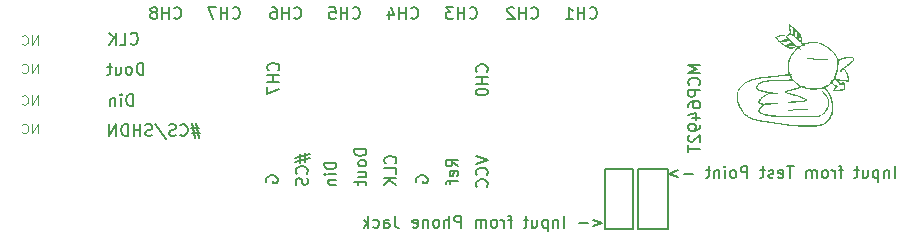
<source format=gbr>
%TF.GenerationSoftware,KiCad,Pcbnew,7.0.5*%
%TF.CreationDate,2024-01-04T17:18:44+09:00*%
%TF.ProjectId,Pmod_ADC,506d6f64-5f41-4444-932e-6b696361645f,rev?*%
%TF.SameCoordinates,Original*%
%TF.FileFunction,Legend,Bot*%
%TF.FilePolarity,Positive*%
%FSLAX46Y46*%
G04 Gerber Fmt 4.6, Leading zero omitted, Abs format (unit mm)*
G04 Created by KiCad (PCBNEW 7.0.5) date 2024-01-04 17:18:44*
%MOMM*%
%LPD*%
G01*
G04 APERTURE LIST*
%ADD10C,0.150000*%
%ADD11C,0.100000*%
G04 APERTURE END LIST*
D10*
X193040000Y-96266000D02*
X195453000Y-96266000D01*
X195453000Y-101346000D01*
X193040000Y-101346000D01*
X193040000Y-96266000D01*
X195834000Y-96266000D02*
X198374000Y-96266000D01*
X198374000Y-101346000D01*
X195834000Y-101346000D01*
X195834000Y-96266000D01*
X167224152Y-95031160D02*
X167224152Y-95745445D01*
X166795580Y-95316874D02*
X168081295Y-95031160D01*
X167652723Y-95650207D02*
X167652723Y-94935922D01*
X168081295Y-95364493D02*
X166795580Y-95650207D01*
X167795580Y-96650207D02*
X167843200Y-96602588D01*
X167843200Y-96602588D02*
X167890819Y-96459731D01*
X167890819Y-96459731D02*
X167890819Y-96364493D01*
X167890819Y-96364493D02*
X167843200Y-96221636D01*
X167843200Y-96221636D02*
X167747961Y-96126398D01*
X167747961Y-96126398D02*
X167652723Y-96078779D01*
X167652723Y-96078779D02*
X167462247Y-96031160D01*
X167462247Y-96031160D02*
X167319390Y-96031160D01*
X167319390Y-96031160D02*
X167128914Y-96078779D01*
X167128914Y-96078779D02*
X167033676Y-96126398D01*
X167033676Y-96126398D02*
X166938438Y-96221636D01*
X166938438Y-96221636D02*
X166890819Y-96364493D01*
X166890819Y-96364493D02*
X166890819Y-96459731D01*
X166890819Y-96459731D02*
X166938438Y-96602588D01*
X166938438Y-96602588D02*
X166986057Y-96650207D01*
X167843200Y-97031160D02*
X167890819Y-97174017D01*
X167890819Y-97174017D02*
X167890819Y-97412112D01*
X167890819Y-97412112D02*
X167843200Y-97507350D01*
X167843200Y-97507350D02*
X167795580Y-97554969D01*
X167795580Y-97554969D02*
X167700342Y-97602588D01*
X167700342Y-97602588D02*
X167605104Y-97602588D01*
X167605104Y-97602588D02*
X167509866Y-97554969D01*
X167509866Y-97554969D02*
X167462247Y-97507350D01*
X167462247Y-97507350D02*
X167414628Y-97412112D01*
X167414628Y-97412112D02*
X167367009Y-97221636D01*
X167367009Y-97221636D02*
X167319390Y-97126398D01*
X167319390Y-97126398D02*
X167271771Y-97078779D01*
X167271771Y-97078779D02*
X167176533Y-97031160D01*
X167176533Y-97031160D02*
X167081295Y-97031160D01*
X167081295Y-97031160D02*
X166986057Y-97078779D01*
X166986057Y-97078779D02*
X166938438Y-97126398D01*
X166938438Y-97126398D02*
X166890819Y-97221636D01*
X166890819Y-97221636D02*
X166890819Y-97459731D01*
X166890819Y-97459731D02*
X166938438Y-97602588D01*
X192068316Y-100549152D02*
X192830220Y-100834866D01*
X192830220Y-100834866D02*
X192068316Y-101120580D01*
X191592125Y-100834866D02*
X190830221Y-100834866D01*
X189592125Y-101215819D02*
X189592125Y-100215819D01*
X189115935Y-100549152D02*
X189115935Y-101215819D01*
X189115935Y-100644390D02*
X189068316Y-100596771D01*
X189068316Y-100596771D02*
X188973078Y-100549152D01*
X188973078Y-100549152D02*
X188830221Y-100549152D01*
X188830221Y-100549152D02*
X188734983Y-100596771D01*
X188734983Y-100596771D02*
X188687364Y-100692009D01*
X188687364Y-100692009D02*
X188687364Y-101215819D01*
X188211173Y-100549152D02*
X188211173Y-101549152D01*
X188211173Y-100596771D02*
X188115935Y-100549152D01*
X188115935Y-100549152D02*
X187925459Y-100549152D01*
X187925459Y-100549152D02*
X187830221Y-100596771D01*
X187830221Y-100596771D02*
X187782602Y-100644390D01*
X187782602Y-100644390D02*
X187734983Y-100739628D01*
X187734983Y-100739628D02*
X187734983Y-101025342D01*
X187734983Y-101025342D02*
X187782602Y-101120580D01*
X187782602Y-101120580D02*
X187830221Y-101168200D01*
X187830221Y-101168200D02*
X187925459Y-101215819D01*
X187925459Y-101215819D02*
X188115935Y-101215819D01*
X188115935Y-101215819D02*
X188211173Y-101168200D01*
X186877840Y-100549152D02*
X186877840Y-101215819D01*
X187306411Y-100549152D02*
X187306411Y-101072961D01*
X187306411Y-101072961D02*
X187258792Y-101168200D01*
X187258792Y-101168200D02*
X187163554Y-101215819D01*
X187163554Y-101215819D02*
X187020697Y-101215819D01*
X187020697Y-101215819D02*
X186925459Y-101168200D01*
X186925459Y-101168200D02*
X186877840Y-101120580D01*
X186544506Y-100549152D02*
X186163554Y-100549152D01*
X186401649Y-100215819D02*
X186401649Y-101072961D01*
X186401649Y-101072961D02*
X186354030Y-101168200D01*
X186354030Y-101168200D02*
X186258792Y-101215819D01*
X186258792Y-101215819D02*
X186163554Y-101215819D01*
X185211172Y-100549152D02*
X184830220Y-100549152D01*
X185068315Y-101215819D02*
X185068315Y-100358676D01*
X185068315Y-100358676D02*
X185020696Y-100263438D01*
X185020696Y-100263438D02*
X184925458Y-100215819D01*
X184925458Y-100215819D02*
X184830220Y-100215819D01*
X184496886Y-101215819D02*
X184496886Y-100549152D01*
X184496886Y-100739628D02*
X184449267Y-100644390D01*
X184449267Y-100644390D02*
X184401648Y-100596771D01*
X184401648Y-100596771D02*
X184306410Y-100549152D01*
X184306410Y-100549152D02*
X184211172Y-100549152D01*
X183734981Y-101215819D02*
X183830219Y-101168200D01*
X183830219Y-101168200D02*
X183877838Y-101120580D01*
X183877838Y-101120580D02*
X183925457Y-101025342D01*
X183925457Y-101025342D02*
X183925457Y-100739628D01*
X183925457Y-100739628D02*
X183877838Y-100644390D01*
X183877838Y-100644390D02*
X183830219Y-100596771D01*
X183830219Y-100596771D02*
X183734981Y-100549152D01*
X183734981Y-100549152D02*
X183592124Y-100549152D01*
X183592124Y-100549152D02*
X183496886Y-100596771D01*
X183496886Y-100596771D02*
X183449267Y-100644390D01*
X183449267Y-100644390D02*
X183401648Y-100739628D01*
X183401648Y-100739628D02*
X183401648Y-101025342D01*
X183401648Y-101025342D02*
X183449267Y-101120580D01*
X183449267Y-101120580D02*
X183496886Y-101168200D01*
X183496886Y-101168200D02*
X183592124Y-101215819D01*
X183592124Y-101215819D02*
X183734981Y-101215819D01*
X182973076Y-101215819D02*
X182973076Y-100549152D01*
X182973076Y-100644390D02*
X182925457Y-100596771D01*
X182925457Y-100596771D02*
X182830219Y-100549152D01*
X182830219Y-100549152D02*
X182687362Y-100549152D01*
X182687362Y-100549152D02*
X182592124Y-100596771D01*
X182592124Y-100596771D02*
X182544505Y-100692009D01*
X182544505Y-100692009D02*
X182544505Y-101215819D01*
X182544505Y-100692009D02*
X182496886Y-100596771D01*
X182496886Y-100596771D02*
X182401648Y-100549152D01*
X182401648Y-100549152D02*
X182258791Y-100549152D01*
X182258791Y-100549152D02*
X182163552Y-100596771D01*
X182163552Y-100596771D02*
X182115933Y-100692009D01*
X182115933Y-100692009D02*
X182115933Y-101215819D01*
X180877838Y-101215819D02*
X180877838Y-100215819D01*
X180877838Y-100215819D02*
X180496886Y-100215819D01*
X180496886Y-100215819D02*
X180401648Y-100263438D01*
X180401648Y-100263438D02*
X180354029Y-100311057D01*
X180354029Y-100311057D02*
X180306410Y-100406295D01*
X180306410Y-100406295D02*
X180306410Y-100549152D01*
X180306410Y-100549152D02*
X180354029Y-100644390D01*
X180354029Y-100644390D02*
X180401648Y-100692009D01*
X180401648Y-100692009D02*
X180496886Y-100739628D01*
X180496886Y-100739628D02*
X180877838Y-100739628D01*
X179877838Y-101215819D02*
X179877838Y-100215819D01*
X179449267Y-101215819D02*
X179449267Y-100692009D01*
X179449267Y-100692009D02*
X179496886Y-100596771D01*
X179496886Y-100596771D02*
X179592124Y-100549152D01*
X179592124Y-100549152D02*
X179734981Y-100549152D01*
X179734981Y-100549152D02*
X179830219Y-100596771D01*
X179830219Y-100596771D02*
X179877838Y-100644390D01*
X178830219Y-101215819D02*
X178925457Y-101168200D01*
X178925457Y-101168200D02*
X178973076Y-101120580D01*
X178973076Y-101120580D02*
X179020695Y-101025342D01*
X179020695Y-101025342D02*
X179020695Y-100739628D01*
X179020695Y-100739628D02*
X178973076Y-100644390D01*
X178973076Y-100644390D02*
X178925457Y-100596771D01*
X178925457Y-100596771D02*
X178830219Y-100549152D01*
X178830219Y-100549152D02*
X178687362Y-100549152D01*
X178687362Y-100549152D02*
X178592124Y-100596771D01*
X178592124Y-100596771D02*
X178544505Y-100644390D01*
X178544505Y-100644390D02*
X178496886Y-100739628D01*
X178496886Y-100739628D02*
X178496886Y-101025342D01*
X178496886Y-101025342D02*
X178544505Y-101120580D01*
X178544505Y-101120580D02*
X178592124Y-101168200D01*
X178592124Y-101168200D02*
X178687362Y-101215819D01*
X178687362Y-101215819D02*
X178830219Y-101215819D01*
X178068314Y-100549152D02*
X178068314Y-101215819D01*
X178068314Y-100644390D02*
X178020695Y-100596771D01*
X178020695Y-100596771D02*
X177925457Y-100549152D01*
X177925457Y-100549152D02*
X177782600Y-100549152D01*
X177782600Y-100549152D02*
X177687362Y-100596771D01*
X177687362Y-100596771D02*
X177639743Y-100692009D01*
X177639743Y-100692009D02*
X177639743Y-101215819D01*
X176782600Y-101168200D02*
X176877838Y-101215819D01*
X176877838Y-101215819D02*
X177068314Y-101215819D01*
X177068314Y-101215819D02*
X177163552Y-101168200D01*
X177163552Y-101168200D02*
X177211171Y-101072961D01*
X177211171Y-101072961D02*
X177211171Y-100692009D01*
X177211171Y-100692009D02*
X177163552Y-100596771D01*
X177163552Y-100596771D02*
X177068314Y-100549152D01*
X177068314Y-100549152D02*
X176877838Y-100549152D01*
X176877838Y-100549152D02*
X176782600Y-100596771D01*
X176782600Y-100596771D02*
X176734981Y-100692009D01*
X176734981Y-100692009D02*
X176734981Y-100787247D01*
X176734981Y-100787247D02*
X177211171Y-100882485D01*
X175258790Y-100215819D02*
X175258790Y-100930104D01*
X175258790Y-100930104D02*
X175306409Y-101072961D01*
X175306409Y-101072961D02*
X175401647Y-101168200D01*
X175401647Y-101168200D02*
X175544504Y-101215819D01*
X175544504Y-101215819D02*
X175639742Y-101215819D01*
X174354028Y-101215819D02*
X174354028Y-100692009D01*
X174354028Y-100692009D02*
X174401647Y-100596771D01*
X174401647Y-100596771D02*
X174496885Y-100549152D01*
X174496885Y-100549152D02*
X174687361Y-100549152D01*
X174687361Y-100549152D02*
X174782599Y-100596771D01*
X174354028Y-101168200D02*
X174449266Y-101215819D01*
X174449266Y-101215819D02*
X174687361Y-101215819D01*
X174687361Y-101215819D02*
X174782599Y-101168200D01*
X174782599Y-101168200D02*
X174830218Y-101072961D01*
X174830218Y-101072961D02*
X174830218Y-100977723D01*
X174830218Y-100977723D02*
X174782599Y-100882485D01*
X174782599Y-100882485D02*
X174687361Y-100834866D01*
X174687361Y-100834866D02*
X174449266Y-100834866D01*
X174449266Y-100834866D02*
X174354028Y-100787247D01*
X173449266Y-101168200D02*
X173544504Y-101215819D01*
X173544504Y-101215819D02*
X173734980Y-101215819D01*
X173734980Y-101215819D02*
X173830218Y-101168200D01*
X173830218Y-101168200D02*
X173877837Y-101120580D01*
X173877837Y-101120580D02*
X173925456Y-101025342D01*
X173925456Y-101025342D02*
X173925456Y-100739628D01*
X173925456Y-100739628D02*
X173877837Y-100644390D01*
X173877837Y-100644390D02*
X173830218Y-100596771D01*
X173830218Y-100596771D02*
X173734980Y-100549152D01*
X173734980Y-100549152D02*
X173544504Y-100549152D01*
X173544504Y-100549152D02*
X173449266Y-100596771D01*
X173020694Y-101215819D02*
X173020694Y-100215819D01*
X172925456Y-100834866D02*
X172639742Y-101215819D01*
X172639742Y-100549152D02*
X173020694Y-100930104D01*
X156571792Y-83467580D02*
X156619411Y-83515200D01*
X156619411Y-83515200D02*
X156762268Y-83562819D01*
X156762268Y-83562819D02*
X156857506Y-83562819D01*
X156857506Y-83562819D02*
X157000363Y-83515200D01*
X157000363Y-83515200D02*
X157095601Y-83419961D01*
X157095601Y-83419961D02*
X157143220Y-83324723D01*
X157143220Y-83324723D02*
X157190839Y-83134247D01*
X157190839Y-83134247D02*
X157190839Y-82991390D01*
X157190839Y-82991390D02*
X157143220Y-82800914D01*
X157143220Y-82800914D02*
X157095601Y-82705676D01*
X157095601Y-82705676D02*
X157000363Y-82610438D01*
X157000363Y-82610438D02*
X156857506Y-82562819D01*
X156857506Y-82562819D02*
X156762268Y-82562819D01*
X156762268Y-82562819D02*
X156619411Y-82610438D01*
X156619411Y-82610438D02*
X156571792Y-82658057D01*
X156143220Y-83562819D02*
X156143220Y-82562819D01*
X156143220Y-83039009D02*
X155571792Y-83039009D01*
X155571792Y-83562819D02*
X155571792Y-82562819D01*
X154952744Y-82991390D02*
X155047982Y-82943771D01*
X155047982Y-82943771D02*
X155095601Y-82896152D01*
X155095601Y-82896152D02*
X155143220Y-82800914D01*
X155143220Y-82800914D02*
X155143220Y-82753295D01*
X155143220Y-82753295D02*
X155095601Y-82658057D01*
X155095601Y-82658057D02*
X155047982Y-82610438D01*
X155047982Y-82610438D02*
X154952744Y-82562819D01*
X154952744Y-82562819D02*
X154762268Y-82562819D01*
X154762268Y-82562819D02*
X154667030Y-82610438D01*
X154667030Y-82610438D02*
X154619411Y-82658057D01*
X154619411Y-82658057D02*
X154571792Y-82753295D01*
X154571792Y-82753295D02*
X154571792Y-82800914D01*
X154571792Y-82800914D02*
X154619411Y-82896152D01*
X154619411Y-82896152D02*
X154667030Y-82943771D01*
X154667030Y-82943771D02*
X154762268Y-82991390D01*
X154762268Y-82991390D02*
X154952744Y-82991390D01*
X154952744Y-82991390D02*
X155047982Y-83039009D01*
X155047982Y-83039009D02*
X155095601Y-83086628D01*
X155095601Y-83086628D02*
X155143220Y-83181866D01*
X155143220Y-83181866D02*
X155143220Y-83372342D01*
X155143220Y-83372342D02*
X155095601Y-83467580D01*
X155095601Y-83467580D02*
X155047982Y-83515200D01*
X155047982Y-83515200D02*
X154952744Y-83562819D01*
X154952744Y-83562819D02*
X154762268Y-83562819D01*
X154762268Y-83562819D02*
X154667030Y-83515200D01*
X154667030Y-83515200D02*
X154619411Y-83467580D01*
X154619411Y-83467580D02*
X154571792Y-83372342D01*
X154571792Y-83372342D02*
X154571792Y-83181866D01*
X154571792Y-83181866D02*
X154619411Y-83086628D01*
X154619411Y-83086628D02*
X154667030Y-83039009D01*
X154667030Y-83039009D02*
X154762268Y-82991390D01*
X182130819Y-95189922D02*
X183130819Y-95523255D01*
X183130819Y-95523255D02*
X182130819Y-95856588D01*
X183035580Y-96761350D02*
X183083200Y-96713731D01*
X183083200Y-96713731D02*
X183130819Y-96570874D01*
X183130819Y-96570874D02*
X183130819Y-96475636D01*
X183130819Y-96475636D02*
X183083200Y-96332779D01*
X183083200Y-96332779D02*
X182987961Y-96237541D01*
X182987961Y-96237541D02*
X182892723Y-96189922D01*
X182892723Y-96189922D02*
X182702247Y-96142303D01*
X182702247Y-96142303D02*
X182559390Y-96142303D01*
X182559390Y-96142303D02*
X182368914Y-96189922D01*
X182368914Y-96189922D02*
X182273676Y-96237541D01*
X182273676Y-96237541D02*
X182178438Y-96332779D01*
X182178438Y-96332779D02*
X182130819Y-96475636D01*
X182130819Y-96475636D02*
X182130819Y-96570874D01*
X182130819Y-96570874D02*
X182178438Y-96713731D01*
X182178438Y-96713731D02*
X182226057Y-96761350D01*
X183035580Y-97761350D02*
X183083200Y-97713731D01*
X183083200Y-97713731D02*
X183130819Y-97570874D01*
X183130819Y-97570874D02*
X183130819Y-97475636D01*
X183130819Y-97475636D02*
X183083200Y-97332779D01*
X183083200Y-97332779D02*
X182987961Y-97237541D01*
X182987961Y-97237541D02*
X182892723Y-97189922D01*
X182892723Y-97189922D02*
X182702247Y-97142303D01*
X182702247Y-97142303D02*
X182559390Y-97142303D01*
X182559390Y-97142303D02*
X182368914Y-97189922D01*
X182368914Y-97189922D02*
X182273676Y-97237541D01*
X182273676Y-97237541D02*
X182178438Y-97332779D01*
X182178438Y-97332779D02*
X182130819Y-97475636D01*
X182130819Y-97475636D02*
X182130819Y-97570874D01*
X182130819Y-97570874D02*
X182178438Y-97713731D01*
X182178438Y-97713731D02*
X182226057Y-97761350D01*
X176637792Y-83467580D02*
X176685411Y-83515200D01*
X176685411Y-83515200D02*
X176828268Y-83562819D01*
X176828268Y-83562819D02*
X176923506Y-83562819D01*
X176923506Y-83562819D02*
X177066363Y-83515200D01*
X177066363Y-83515200D02*
X177161601Y-83419961D01*
X177161601Y-83419961D02*
X177209220Y-83324723D01*
X177209220Y-83324723D02*
X177256839Y-83134247D01*
X177256839Y-83134247D02*
X177256839Y-82991390D01*
X177256839Y-82991390D02*
X177209220Y-82800914D01*
X177209220Y-82800914D02*
X177161601Y-82705676D01*
X177161601Y-82705676D02*
X177066363Y-82610438D01*
X177066363Y-82610438D02*
X176923506Y-82562819D01*
X176923506Y-82562819D02*
X176828268Y-82562819D01*
X176828268Y-82562819D02*
X176685411Y-82610438D01*
X176685411Y-82610438D02*
X176637792Y-82658057D01*
X176209220Y-83562819D02*
X176209220Y-82562819D01*
X176209220Y-83039009D02*
X175637792Y-83039009D01*
X175637792Y-83562819D02*
X175637792Y-82562819D01*
X174733030Y-82896152D02*
X174733030Y-83562819D01*
X174971125Y-82515200D02*
X175209220Y-83229485D01*
X175209220Y-83229485D02*
X174590173Y-83229485D01*
X164398438Y-97380588D02*
X164350819Y-97285350D01*
X164350819Y-97285350D02*
X164350819Y-97142493D01*
X164350819Y-97142493D02*
X164398438Y-96999636D01*
X164398438Y-96999636D02*
X164493676Y-96904398D01*
X164493676Y-96904398D02*
X164588914Y-96856779D01*
X164588914Y-96856779D02*
X164779390Y-96809160D01*
X164779390Y-96809160D02*
X164922247Y-96809160D01*
X164922247Y-96809160D02*
X165112723Y-96856779D01*
X165112723Y-96856779D02*
X165207961Y-96904398D01*
X165207961Y-96904398D02*
X165303200Y-96999636D01*
X165303200Y-96999636D02*
X165350819Y-97142493D01*
X165350819Y-97142493D02*
X165350819Y-97237731D01*
X165350819Y-97237731D02*
X165303200Y-97380588D01*
X165303200Y-97380588D02*
X165255580Y-97428207D01*
X165255580Y-97428207D02*
X164922247Y-97428207D01*
X164922247Y-97428207D02*
X164922247Y-97237731D01*
X170303819Y-95713779D02*
X169303819Y-95713779D01*
X169303819Y-95713779D02*
X169303819Y-95951874D01*
X169303819Y-95951874D02*
X169351438Y-96094731D01*
X169351438Y-96094731D02*
X169446676Y-96189969D01*
X169446676Y-96189969D02*
X169541914Y-96237588D01*
X169541914Y-96237588D02*
X169732390Y-96285207D01*
X169732390Y-96285207D02*
X169875247Y-96285207D01*
X169875247Y-96285207D02*
X170065723Y-96237588D01*
X170065723Y-96237588D02*
X170160961Y-96189969D01*
X170160961Y-96189969D02*
X170256200Y-96094731D01*
X170256200Y-96094731D02*
X170303819Y-95951874D01*
X170303819Y-95951874D02*
X170303819Y-95713779D01*
X170303819Y-96713779D02*
X169637152Y-96713779D01*
X169303819Y-96713779D02*
X169351438Y-96666160D01*
X169351438Y-96666160D02*
X169399057Y-96713779D01*
X169399057Y-96713779D02*
X169351438Y-96761398D01*
X169351438Y-96761398D02*
X169303819Y-96713779D01*
X169303819Y-96713779D02*
X169399057Y-96713779D01*
X169637152Y-97189969D02*
X170303819Y-97189969D01*
X169732390Y-97189969D02*
X169684771Y-97237588D01*
X169684771Y-97237588D02*
X169637152Y-97332826D01*
X169637152Y-97332826D02*
X169637152Y-97475683D01*
X169637152Y-97475683D02*
X169684771Y-97570921D01*
X169684771Y-97570921D02*
X169780009Y-97618540D01*
X169780009Y-97618540D02*
X170303819Y-97618540D01*
X153079220Y-90928819D02*
X153079220Y-89928819D01*
X153079220Y-89928819D02*
X152841125Y-89928819D01*
X152841125Y-89928819D02*
X152698268Y-89976438D01*
X152698268Y-89976438D02*
X152603030Y-90071676D01*
X152603030Y-90071676D02*
X152555411Y-90166914D01*
X152555411Y-90166914D02*
X152507792Y-90357390D01*
X152507792Y-90357390D02*
X152507792Y-90500247D01*
X152507792Y-90500247D02*
X152555411Y-90690723D01*
X152555411Y-90690723D02*
X152603030Y-90785961D01*
X152603030Y-90785961D02*
X152698268Y-90881200D01*
X152698268Y-90881200D02*
X152841125Y-90928819D01*
X152841125Y-90928819D02*
X153079220Y-90928819D01*
X152079220Y-90928819D02*
X152079220Y-90262152D01*
X152079220Y-89928819D02*
X152126839Y-89976438D01*
X152126839Y-89976438D02*
X152079220Y-90024057D01*
X152079220Y-90024057D02*
X152031601Y-89976438D01*
X152031601Y-89976438D02*
X152079220Y-89928819D01*
X152079220Y-89928819D02*
X152079220Y-90024057D01*
X151603030Y-90262152D02*
X151603030Y-90928819D01*
X151603030Y-90357390D02*
X151555411Y-90309771D01*
X151555411Y-90309771D02*
X151460173Y-90262152D01*
X151460173Y-90262152D02*
X151317316Y-90262152D01*
X151317316Y-90262152D02*
X151222078Y-90309771D01*
X151222078Y-90309771D02*
X151174459Y-90405009D01*
X151174459Y-90405009D02*
X151174459Y-90928819D01*
X186797792Y-83467580D02*
X186845411Y-83515200D01*
X186845411Y-83515200D02*
X186988268Y-83562819D01*
X186988268Y-83562819D02*
X187083506Y-83562819D01*
X187083506Y-83562819D02*
X187226363Y-83515200D01*
X187226363Y-83515200D02*
X187321601Y-83419961D01*
X187321601Y-83419961D02*
X187369220Y-83324723D01*
X187369220Y-83324723D02*
X187416839Y-83134247D01*
X187416839Y-83134247D02*
X187416839Y-82991390D01*
X187416839Y-82991390D02*
X187369220Y-82800914D01*
X187369220Y-82800914D02*
X187321601Y-82705676D01*
X187321601Y-82705676D02*
X187226363Y-82610438D01*
X187226363Y-82610438D02*
X187083506Y-82562819D01*
X187083506Y-82562819D02*
X186988268Y-82562819D01*
X186988268Y-82562819D02*
X186845411Y-82610438D01*
X186845411Y-82610438D02*
X186797792Y-82658057D01*
X186369220Y-83562819D02*
X186369220Y-82562819D01*
X186369220Y-83039009D02*
X185797792Y-83039009D01*
X185797792Y-83562819D02*
X185797792Y-82562819D01*
X185369220Y-82658057D02*
X185321601Y-82610438D01*
X185321601Y-82610438D02*
X185226363Y-82562819D01*
X185226363Y-82562819D02*
X184988268Y-82562819D01*
X184988268Y-82562819D02*
X184893030Y-82610438D01*
X184893030Y-82610438D02*
X184845411Y-82658057D01*
X184845411Y-82658057D02*
X184797792Y-82753295D01*
X184797792Y-82753295D02*
X184797792Y-82848533D01*
X184797792Y-82848533D02*
X184845411Y-82991390D01*
X184845411Y-82991390D02*
X185416839Y-83562819D01*
X185416839Y-83562819D02*
X184797792Y-83562819D01*
X183035580Y-88030207D02*
X183083200Y-87982588D01*
X183083200Y-87982588D02*
X183130819Y-87839731D01*
X183130819Y-87839731D02*
X183130819Y-87744493D01*
X183130819Y-87744493D02*
X183083200Y-87601636D01*
X183083200Y-87601636D02*
X182987961Y-87506398D01*
X182987961Y-87506398D02*
X182892723Y-87458779D01*
X182892723Y-87458779D02*
X182702247Y-87411160D01*
X182702247Y-87411160D02*
X182559390Y-87411160D01*
X182559390Y-87411160D02*
X182368914Y-87458779D01*
X182368914Y-87458779D02*
X182273676Y-87506398D01*
X182273676Y-87506398D02*
X182178438Y-87601636D01*
X182178438Y-87601636D02*
X182130819Y-87744493D01*
X182130819Y-87744493D02*
X182130819Y-87839731D01*
X182130819Y-87839731D02*
X182178438Y-87982588D01*
X182178438Y-87982588D02*
X182226057Y-88030207D01*
X183130819Y-88458779D02*
X182130819Y-88458779D01*
X182607009Y-88458779D02*
X182607009Y-89030207D01*
X183130819Y-89030207D02*
X182130819Y-89030207D01*
X182130819Y-89696874D02*
X182130819Y-89792112D01*
X182130819Y-89792112D02*
X182178438Y-89887350D01*
X182178438Y-89887350D02*
X182226057Y-89934969D01*
X182226057Y-89934969D02*
X182321295Y-89982588D01*
X182321295Y-89982588D02*
X182511771Y-90030207D01*
X182511771Y-90030207D02*
X182749866Y-90030207D01*
X182749866Y-90030207D02*
X182940342Y-89982588D01*
X182940342Y-89982588D02*
X183035580Y-89934969D01*
X183035580Y-89934969D02*
X183083200Y-89887350D01*
X183083200Y-89887350D02*
X183130819Y-89792112D01*
X183130819Y-89792112D02*
X183130819Y-89696874D01*
X183130819Y-89696874D02*
X183083200Y-89601636D01*
X183083200Y-89601636D02*
X183035580Y-89554017D01*
X183035580Y-89554017D02*
X182940342Y-89506398D01*
X182940342Y-89506398D02*
X182749866Y-89458779D01*
X182749866Y-89458779D02*
X182511771Y-89458779D01*
X182511771Y-89458779D02*
X182321295Y-89506398D01*
X182321295Y-89506398D02*
X182226057Y-89554017D01*
X182226057Y-89554017D02*
X182178438Y-89601636D01*
X182178438Y-89601636D02*
X182130819Y-89696874D01*
X152888792Y-85626580D02*
X152936411Y-85674200D01*
X152936411Y-85674200D02*
X153079268Y-85721819D01*
X153079268Y-85721819D02*
X153174506Y-85721819D01*
X153174506Y-85721819D02*
X153317363Y-85674200D01*
X153317363Y-85674200D02*
X153412601Y-85578961D01*
X153412601Y-85578961D02*
X153460220Y-85483723D01*
X153460220Y-85483723D02*
X153507839Y-85293247D01*
X153507839Y-85293247D02*
X153507839Y-85150390D01*
X153507839Y-85150390D02*
X153460220Y-84959914D01*
X153460220Y-84959914D02*
X153412601Y-84864676D01*
X153412601Y-84864676D02*
X153317363Y-84769438D01*
X153317363Y-84769438D02*
X153174506Y-84721819D01*
X153174506Y-84721819D02*
X153079268Y-84721819D01*
X153079268Y-84721819D02*
X152936411Y-84769438D01*
X152936411Y-84769438D02*
X152888792Y-84817057D01*
X151984030Y-85721819D02*
X152460220Y-85721819D01*
X152460220Y-85721819D02*
X152460220Y-84721819D01*
X151650696Y-85721819D02*
X151650696Y-84721819D01*
X151079268Y-85721819D02*
X151507839Y-85150390D01*
X151079268Y-84721819D02*
X151650696Y-85293247D01*
X217595220Y-97024819D02*
X217595220Y-96024819D01*
X217119030Y-96358152D02*
X217119030Y-97024819D01*
X217119030Y-96453390D02*
X217071411Y-96405771D01*
X217071411Y-96405771D02*
X216976173Y-96358152D01*
X216976173Y-96358152D02*
X216833316Y-96358152D01*
X216833316Y-96358152D02*
X216738078Y-96405771D01*
X216738078Y-96405771D02*
X216690459Y-96501009D01*
X216690459Y-96501009D02*
X216690459Y-97024819D01*
X216214268Y-96358152D02*
X216214268Y-97358152D01*
X216214268Y-96405771D02*
X216119030Y-96358152D01*
X216119030Y-96358152D02*
X215928554Y-96358152D01*
X215928554Y-96358152D02*
X215833316Y-96405771D01*
X215833316Y-96405771D02*
X215785697Y-96453390D01*
X215785697Y-96453390D02*
X215738078Y-96548628D01*
X215738078Y-96548628D02*
X215738078Y-96834342D01*
X215738078Y-96834342D02*
X215785697Y-96929580D01*
X215785697Y-96929580D02*
X215833316Y-96977200D01*
X215833316Y-96977200D02*
X215928554Y-97024819D01*
X215928554Y-97024819D02*
X216119030Y-97024819D01*
X216119030Y-97024819D02*
X216214268Y-96977200D01*
X214880935Y-96358152D02*
X214880935Y-97024819D01*
X215309506Y-96358152D02*
X215309506Y-96881961D01*
X215309506Y-96881961D02*
X215261887Y-96977200D01*
X215261887Y-96977200D02*
X215166649Y-97024819D01*
X215166649Y-97024819D02*
X215023792Y-97024819D01*
X215023792Y-97024819D02*
X214928554Y-96977200D01*
X214928554Y-96977200D02*
X214880935Y-96929580D01*
X214547601Y-96358152D02*
X214166649Y-96358152D01*
X214404744Y-96024819D02*
X214404744Y-96881961D01*
X214404744Y-96881961D02*
X214357125Y-96977200D01*
X214357125Y-96977200D02*
X214261887Y-97024819D01*
X214261887Y-97024819D02*
X214166649Y-97024819D01*
X213214267Y-96358152D02*
X212833315Y-96358152D01*
X213071410Y-97024819D02*
X213071410Y-96167676D01*
X213071410Y-96167676D02*
X213023791Y-96072438D01*
X213023791Y-96072438D02*
X212928553Y-96024819D01*
X212928553Y-96024819D02*
X212833315Y-96024819D01*
X212499981Y-97024819D02*
X212499981Y-96358152D01*
X212499981Y-96548628D02*
X212452362Y-96453390D01*
X212452362Y-96453390D02*
X212404743Y-96405771D01*
X212404743Y-96405771D02*
X212309505Y-96358152D01*
X212309505Y-96358152D02*
X212214267Y-96358152D01*
X211738076Y-97024819D02*
X211833314Y-96977200D01*
X211833314Y-96977200D02*
X211880933Y-96929580D01*
X211880933Y-96929580D02*
X211928552Y-96834342D01*
X211928552Y-96834342D02*
X211928552Y-96548628D01*
X211928552Y-96548628D02*
X211880933Y-96453390D01*
X211880933Y-96453390D02*
X211833314Y-96405771D01*
X211833314Y-96405771D02*
X211738076Y-96358152D01*
X211738076Y-96358152D02*
X211595219Y-96358152D01*
X211595219Y-96358152D02*
X211499981Y-96405771D01*
X211499981Y-96405771D02*
X211452362Y-96453390D01*
X211452362Y-96453390D02*
X211404743Y-96548628D01*
X211404743Y-96548628D02*
X211404743Y-96834342D01*
X211404743Y-96834342D02*
X211452362Y-96929580D01*
X211452362Y-96929580D02*
X211499981Y-96977200D01*
X211499981Y-96977200D02*
X211595219Y-97024819D01*
X211595219Y-97024819D02*
X211738076Y-97024819D01*
X210976171Y-97024819D02*
X210976171Y-96358152D01*
X210976171Y-96453390D02*
X210928552Y-96405771D01*
X210928552Y-96405771D02*
X210833314Y-96358152D01*
X210833314Y-96358152D02*
X210690457Y-96358152D01*
X210690457Y-96358152D02*
X210595219Y-96405771D01*
X210595219Y-96405771D02*
X210547600Y-96501009D01*
X210547600Y-96501009D02*
X210547600Y-97024819D01*
X210547600Y-96501009D02*
X210499981Y-96405771D01*
X210499981Y-96405771D02*
X210404743Y-96358152D01*
X210404743Y-96358152D02*
X210261886Y-96358152D01*
X210261886Y-96358152D02*
X210166647Y-96405771D01*
X210166647Y-96405771D02*
X210119028Y-96501009D01*
X210119028Y-96501009D02*
X210119028Y-97024819D01*
X209023790Y-96024819D02*
X208452362Y-96024819D01*
X208738076Y-97024819D02*
X208738076Y-96024819D01*
X207738076Y-96977200D02*
X207833314Y-97024819D01*
X207833314Y-97024819D02*
X208023790Y-97024819D01*
X208023790Y-97024819D02*
X208119028Y-96977200D01*
X208119028Y-96977200D02*
X208166647Y-96881961D01*
X208166647Y-96881961D02*
X208166647Y-96501009D01*
X208166647Y-96501009D02*
X208119028Y-96405771D01*
X208119028Y-96405771D02*
X208023790Y-96358152D01*
X208023790Y-96358152D02*
X207833314Y-96358152D01*
X207833314Y-96358152D02*
X207738076Y-96405771D01*
X207738076Y-96405771D02*
X207690457Y-96501009D01*
X207690457Y-96501009D02*
X207690457Y-96596247D01*
X207690457Y-96596247D02*
X208166647Y-96691485D01*
X207309504Y-96977200D02*
X207214266Y-97024819D01*
X207214266Y-97024819D02*
X207023790Y-97024819D01*
X207023790Y-97024819D02*
X206928552Y-96977200D01*
X206928552Y-96977200D02*
X206880933Y-96881961D01*
X206880933Y-96881961D02*
X206880933Y-96834342D01*
X206880933Y-96834342D02*
X206928552Y-96739104D01*
X206928552Y-96739104D02*
X207023790Y-96691485D01*
X207023790Y-96691485D02*
X207166647Y-96691485D01*
X207166647Y-96691485D02*
X207261885Y-96643866D01*
X207261885Y-96643866D02*
X207309504Y-96548628D01*
X207309504Y-96548628D02*
X207309504Y-96501009D01*
X207309504Y-96501009D02*
X207261885Y-96405771D01*
X207261885Y-96405771D02*
X207166647Y-96358152D01*
X207166647Y-96358152D02*
X207023790Y-96358152D01*
X207023790Y-96358152D02*
X206928552Y-96405771D01*
X206595218Y-96358152D02*
X206214266Y-96358152D01*
X206452361Y-96024819D02*
X206452361Y-96881961D01*
X206452361Y-96881961D02*
X206404742Y-96977200D01*
X206404742Y-96977200D02*
X206309504Y-97024819D01*
X206309504Y-97024819D02*
X206214266Y-97024819D01*
X205119027Y-97024819D02*
X205119027Y-96024819D01*
X205119027Y-96024819D02*
X204738075Y-96024819D01*
X204738075Y-96024819D02*
X204642837Y-96072438D01*
X204642837Y-96072438D02*
X204595218Y-96120057D01*
X204595218Y-96120057D02*
X204547599Y-96215295D01*
X204547599Y-96215295D02*
X204547599Y-96358152D01*
X204547599Y-96358152D02*
X204595218Y-96453390D01*
X204595218Y-96453390D02*
X204642837Y-96501009D01*
X204642837Y-96501009D02*
X204738075Y-96548628D01*
X204738075Y-96548628D02*
X205119027Y-96548628D01*
X203976170Y-97024819D02*
X204071408Y-96977200D01*
X204071408Y-96977200D02*
X204119027Y-96929580D01*
X204119027Y-96929580D02*
X204166646Y-96834342D01*
X204166646Y-96834342D02*
X204166646Y-96548628D01*
X204166646Y-96548628D02*
X204119027Y-96453390D01*
X204119027Y-96453390D02*
X204071408Y-96405771D01*
X204071408Y-96405771D02*
X203976170Y-96358152D01*
X203976170Y-96358152D02*
X203833313Y-96358152D01*
X203833313Y-96358152D02*
X203738075Y-96405771D01*
X203738075Y-96405771D02*
X203690456Y-96453390D01*
X203690456Y-96453390D02*
X203642837Y-96548628D01*
X203642837Y-96548628D02*
X203642837Y-96834342D01*
X203642837Y-96834342D02*
X203690456Y-96929580D01*
X203690456Y-96929580D02*
X203738075Y-96977200D01*
X203738075Y-96977200D02*
X203833313Y-97024819D01*
X203833313Y-97024819D02*
X203976170Y-97024819D01*
X203214265Y-97024819D02*
X203214265Y-96358152D01*
X203214265Y-96024819D02*
X203261884Y-96072438D01*
X203261884Y-96072438D02*
X203214265Y-96120057D01*
X203214265Y-96120057D02*
X203166646Y-96072438D01*
X203166646Y-96072438D02*
X203214265Y-96024819D01*
X203214265Y-96024819D02*
X203214265Y-96120057D01*
X202738075Y-96358152D02*
X202738075Y-97024819D01*
X202738075Y-96453390D02*
X202690456Y-96405771D01*
X202690456Y-96405771D02*
X202595218Y-96358152D01*
X202595218Y-96358152D02*
X202452361Y-96358152D01*
X202452361Y-96358152D02*
X202357123Y-96405771D01*
X202357123Y-96405771D02*
X202309504Y-96501009D01*
X202309504Y-96501009D02*
X202309504Y-97024819D01*
X201976170Y-96358152D02*
X201595218Y-96358152D01*
X201833313Y-96024819D02*
X201833313Y-96881961D01*
X201833313Y-96881961D02*
X201785694Y-96977200D01*
X201785694Y-96977200D02*
X201690456Y-97024819D01*
X201690456Y-97024819D02*
X201595218Y-97024819D01*
X200499979Y-96643866D02*
X199738075Y-96643866D01*
X199261884Y-96358152D02*
X198499980Y-96643866D01*
X198499980Y-96643866D02*
X199261884Y-96929580D01*
D11*
X145031734Y-93241895D02*
X145031734Y-92441895D01*
X145031734Y-92441895D02*
X144574591Y-93241895D01*
X144574591Y-93241895D02*
X144574591Y-92441895D01*
X143736496Y-93165704D02*
X143774592Y-93203800D01*
X143774592Y-93203800D02*
X143888877Y-93241895D01*
X143888877Y-93241895D02*
X143965068Y-93241895D01*
X143965068Y-93241895D02*
X144079354Y-93203800D01*
X144079354Y-93203800D02*
X144155544Y-93127609D01*
X144155544Y-93127609D02*
X144193639Y-93051419D01*
X144193639Y-93051419D02*
X144231735Y-92899038D01*
X144231735Y-92899038D02*
X144231735Y-92784752D01*
X144231735Y-92784752D02*
X144193639Y-92632371D01*
X144193639Y-92632371D02*
X144155544Y-92556180D01*
X144155544Y-92556180D02*
X144079354Y-92479990D01*
X144079354Y-92479990D02*
X143965068Y-92441895D01*
X143965068Y-92441895D02*
X143888877Y-92441895D01*
X143888877Y-92441895D02*
X143774592Y-92479990D01*
X143774592Y-92479990D02*
X143736496Y-92518085D01*
X145031734Y-85748895D02*
X145031734Y-84948895D01*
X145031734Y-84948895D02*
X144574591Y-85748895D01*
X144574591Y-85748895D02*
X144574591Y-84948895D01*
X143736496Y-85672704D02*
X143774592Y-85710800D01*
X143774592Y-85710800D02*
X143888877Y-85748895D01*
X143888877Y-85748895D02*
X143965068Y-85748895D01*
X143965068Y-85748895D02*
X144079354Y-85710800D01*
X144079354Y-85710800D02*
X144155544Y-85634609D01*
X144155544Y-85634609D02*
X144193639Y-85558419D01*
X144193639Y-85558419D02*
X144231735Y-85406038D01*
X144231735Y-85406038D02*
X144231735Y-85291752D01*
X144231735Y-85291752D02*
X144193639Y-85139371D01*
X144193639Y-85139371D02*
X144155544Y-85063180D01*
X144155544Y-85063180D02*
X144079354Y-84986990D01*
X144079354Y-84986990D02*
X143965068Y-84948895D01*
X143965068Y-84948895D02*
X143888877Y-84948895D01*
X143888877Y-84948895D02*
X143774592Y-84986990D01*
X143774592Y-84986990D02*
X143736496Y-85025085D01*
X145031734Y-88161895D02*
X145031734Y-87361895D01*
X145031734Y-87361895D02*
X144574591Y-88161895D01*
X144574591Y-88161895D02*
X144574591Y-87361895D01*
X143736496Y-88085704D02*
X143774592Y-88123800D01*
X143774592Y-88123800D02*
X143888877Y-88161895D01*
X143888877Y-88161895D02*
X143965068Y-88161895D01*
X143965068Y-88161895D02*
X144079354Y-88123800D01*
X144079354Y-88123800D02*
X144155544Y-88047609D01*
X144155544Y-88047609D02*
X144193639Y-87971419D01*
X144193639Y-87971419D02*
X144231735Y-87819038D01*
X144231735Y-87819038D02*
X144231735Y-87704752D01*
X144231735Y-87704752D02*
X144193639Y-87552371D01*
X144193639Y-87552371D02*
X144155544Y-87476180D01*
X144155544Y-87476180D02*
X144079354Y-87399990D01*
X144079354Y-87399990D02*
X143965068Y-87361895D01*
X143965068Y-87361895D02*
X143888877Y-87361895D01*
X143888877Y-87361895D02*
X143774592Y-87399990D01*
X143774592Y-87399990D02*
X143736496Y-87438085D01*
D10*
X177098438Y-97380588D02*
X177050819Y-97285350D01*
X177050819Y-97285350D02*
X177050819Y-97142493D01*
X177050819Y-97142493D02*
X177098438Y-96999636D01*
X177098438Y-96999636D02*
X177193676Y-96904398D01*
X177193676Y-96904398D02*
X177288914Y-96856779D01*
X177288914Y-96856779D02*
X177479390Y-96809160D01*
X177479390Y-96809160D02*
X177622247Y-96809160D01*
X177622247Y-96809160D02*
X177812723Y-96856779D01*
X177812723Y-96856779D02*
X177907961Y-96904398D01*
X177907961Y-96904398D02*
X178003200Y-96999636D01*
X178003200Y-96999636D02*
X178050819Y-97142493D01*
X178050819Y-97142493D02*
X178050819Y-97237731D01*
X178050819Y-97237731D02*
X178003200Y-97380588D01*
X178003200Y-97380588D02*
X177955580Y-97428207D01*
X177955580Y-97428207D02*
X177622247Y-97428207D01*
X177622247Y-97428207D02*
X177622247Y-97237731D01*
X161524792Y-83467580D02*
X161572411Y-83515200D01*
X161572411Y-83515200D02*
X161715268Y-83562819D01*
X161715268Y-83562819D02*
X161810506Y-83562819D01*
X161810506Y-83562819D02*
X161953363Y-83515200D01*
X161953363Y-83515200D02*
X162048601Y-83419961D01*
X162048601Y-83419961D02*
X162096220Y-83324723D01*
X162096220Y-83324723D02*
X162143839Y-83134247D01*
X162143839Y-83134247D02*
X162143839Y-82991390D01*
X162143839Y-82991390D02*
X162096220Y-82800914D01*
X162096220Y-82800914D02*
X162048601Y-82705676D01*
X162048601Y-82705676D02*
X161953363Y-82610438D01*
X161953363Y-82610438D02*
X161810506Y-82562819D01*
X161810506Y-82562819D02*
X161715268Y-82562819D01*
X161715268Y-82562819D02*
X161572411Y-82610438D01*
X161572411Y-82610438D02*
X161524792Y-82658057D01*
X161096220Y-83562819D02*
X161096220Y-82562819D01*
X161096220Y-83039009D02*
X160524792Y-83039009D01*
X160524792Y-83562819D02*
X160524792Y-82562819D01*
X160143839Y-82562819D02*
X159477173Y-82562819D01*
X159477173Y-82562819D02*
X159905744Y-83562819D01*
X153968220Y-88261819D02*
X153968220Y-87261819D01*
X153968220Y-87261819D02*
X153730125Y-87261819D01*
X153730125Y-87261819D02*
X153587268Y-87309438D01*
X153587268Y-87309438D02*
X153492030Y-87404676D01*
X153492030Y-87404676D02*
X153444411Y-87499914D01*
X153444411Y-87499914D02*
X153396792Y-87690390D01*
X153396792Y-87690390D02*
X153396792Y-87833247D01*
X153396792Y-87833247D02*
X153444411Y-88023723D01*
X153444411Y-88023723D02*
X153492030Y-88118961D01*
X153492030Y-88118961D02*
X153587268Y-88214200D01*
X153587268Y-88214200D02*
X153730125Y-88261819D01*
X153730125Y-88261819D02*
X153968220Y-88261819D01*
X152825363Y-88261819D02*
X152920601Y-88214200D01*
X152920601Y-88214200D02*
X152968220Y-88166580D01*
X152968220Y-88166580D02*
X153015839Y-88071342D01*
X153015839Y-88071342D02*
X153015839Y-87785628D01*
X153015839Y-87785628D02*
X152968220Y-87690390D01*
X152968220Y-87690390D02*
X152920601Y-87642771D01*
X152920601Y-87642771D02*
X152825363Y-87595152D01*
X152825363Y-87595152D02*
X152682506Y-87595152D01*
X152682506Y-87595152D02*
X152587268Y-87642771D01*
X152587268Y-87642771D02*
X152539649Y-87690390D01*
X152539649Y-87690390D02*
X152492030Y-87785628D01*
X152492030Y-87785628D02*
X152492030Y-88071342D01*
X152492030Y-88071342D02*
X152539649Y-88166580D01*
X152539649Y-88166580D02*
X152587268Y-88214200D01*
X152587268Y-88214200D02*
X152682506Y-88261819D01*
X152682506Y-88261819D02*
X152825363Y-88261819D01*
X151634887Y-87595152D02*
X151634887Y-88261819D01*
X152063458Y-87595152D02*
X152063458Y-88118961D01*
X152063458Y-88118961D02*
X152015839Y-88214200D01*
X152015839Y-88214200D02*
X151920601Y-88261819D01*
X151920601Y-88261819D02*
X151777744Y-88261819D01*
X151777744Y-88261819D02*
X151682506Y-88214200D01*
X151682506Y-88214200D02*
X151634887Y-88166580D01*
X151301553Y-87595152D02*
X150920601Y-87595152D01*
X151158696Y-87261819D02*
X151158696Y-88118961D01*
X151158696Y-88118961D02*
X151111077Y-88214200D01*
X151111077Y-88214200D02*
X151015839Y-88261819D01*
X151015839Y-88261819D02*
X150920601Y-88261819D01*
X181590792Y-83467580D02*
X181638411Y-83515200D01*
X181638411Y-83515200D02*
X181781268Y-83562819D01*
X181781268Y-83562819D02*
X181876506Y-83562819D01*
X181876506Y-83562819D02*
X182019363Y-83515200D01*
X182019363Y-83515200D02*
X182114601Y-83419961D01*
X182114601Y-83419961D02*
X182162220Y-83324723D01*
X182162220Y-83324723D02*
X182209839Y-83134247D01*
X182209839Y-83134247D02*
X182209839Y-82991390D01*
X182209839Y-82991390D02*
X182162220Y-82800914D01*
X182162220Y-82800914D02*
X182114601Y-82705676D01*
X182114601Y-82705676D02*
X182019363Y-82610438D01*
X182019363Y-82610438D02*
X181876506Y-82562819D01*
X181876506Y-82562819D02*
X181781268Y-82562819D01*
X181781268Y-82562819D02*
X181638411Y-82610438D01*
X181638411Y-82610438D02*
X181590792Y-82658057D01*
X181162220Y-83562819D02*
X181162220Y-82562819D01*
X181162220Y-83039009D02*
X180590792Y-83039009D01*
X180590792Y-83562819D02*
X180590792Y-82562819D01*
X180209839Y-82562819D02*
X179590792Y-82562819D01*
X179590792Y-82562819D02*
X179924125Y-82943771D01*
X179924125Y-82943771D02*
X179781268Y-82943771D01*
X179781268Y-82943771D02*
X179686030Y-82991390D01*
X179686030Y-82991390D02*
X179638411Y-83039009D01*
X179638411Y-83039009D02*
X179590792Y-83134247D01*
X179590792Y-83134247D02*
X179590792Y-83372342D01*
X179590792Y-83372342D02*
X179638411Y-83467580D01*
X179638411Y-83467580D02*
X179686030Y-83515200D01*
X179686030Y-83515200D02*
X179781268Y-83562819D01*
X179781268Y-83562819D02*
X180066982Y-83562819D01*
X180066982Y-83562819D02*
X180162220Y-83515200D01*
X180162220Y-83515200D02*
X180209839Y-83467580D01*
X191750792Y-83467580D02*
X191798411Y-83515200D01*
X191798411Y-83515200D02*
X191941268Y-83562819D01*
X191941268Y-83562819D02*
X192036506Y-83562819D01*
X192036506Y-83562819D02*
X192179363Y-83515200D01*
X192179363Y-83515200D02*
X192274601Y-83419961D01*
X192274601Y-83419961D02*
X192322220Y-83324723D01*
X192322220Y-83324723D02*
X192369839Y-83134247D01*
X192369839Y-83134247D02*
X192369839Y-82991390D01*
X192369839Y-82991390D02*
X192322220Y-82800914D01*
X192322220Y-82800914D02*
X192274601Y-82705676D01*
X192274601Y-82705676D02*
X192179363Y-82610438D01*
X192179363Y-82610438D02*
X192036506Y-82562819D01*
X192036506Y-82562819D02*
X191941268Y-82562819D01*
X191941268Y-82562819D02*
X191798411Y-82610438D01*
X191798411Y-82610438D02*
X191750792Y-82658057D01*
X191322220Y-83562819D02*
X191322220Y-82562819D01*
X191322220Y-83039009D02*
X190750792Y-83039009D01*
X190750792Y-83562819D02*
X190750792Y-82562819D01*
X189750792Y-83562819D02*
X190322220Y-83562819D01*
X190036506Y-83562819D02*
X190036506Y-82562819D01*
X190036506Y-82562819D02*
X190131744Y-82705676D01*
X190131744Y-82705676D02*
X190226982Y-82800914D01*
X190226982Y-82800914D02*
X190322220Y-82848533D01*
X172843819Y-94570779D02*
X171843819Y-94570779D01*
X171843819Y-94570779D02*
X171843819Y-94808874D01*
X171843819Y-94808874D02*
X171891438Y-94951731D01*
X171891438Y-94951731D02*
X171986676Y-95046969D01*
X171986676Y-95046969D02*
X172081914Y-95094588D01*
X172081914Y-95094588D02*
X172272390Y-95142207D01*
X172272390Y-95142207D02*
X172415247Y-95142207D01*
X172415247Y-95142207D02*
X172605723Y-95094588D01*
X172605723Y-95094588D02*
X172700961Y-95046969D01*
X172700961Y-95046969D02*
X172796200Y-94951731D01*
X172796200Y-94951731D02*
X172843819Y-94808874D01*
X172843819Y-94808874D02*
X172843819Y-94570779D01*
X172843819Y-95713636D02*
X172796200Y-95618398D01*
X172796200Y-95618398D02*
X172748580Y-95570779D01*
X172748580Y-95570779D02*
X172653342Y-95523160D01*
X172653342Y-95523160D02*
X172367628Y-95523160D01*
X172367628Y-95523160D02*
X172272390Y-95570779D01*
X172272390Y-95570779D02*
X172224771Y-95618398D01*
X172224771Y-95618398D02*
X172177152Y-95713636D01*
X172177152Y-95713636D02*
X172177152Y-95856493D01*
X172177152Y-95856493D02*
X172224771Y-95951731D01*
X172224771Y-95951731D02*
X172272390Y-95999350D01*
X172272390Y-95999350D02*
X172367628Y-96046969D01*
X172367628Y-96046969D02*
X172653342Y-96046969D01*
X172653342Y-96046969D02*
X172748580Y-95999350D01*
X172748580Y-95999350D02*
X172796200Y-95951731D01*
X172796200Y-95951731D02*
X172843819Y-95856493D01*
X172843819Y-95856493D02*
X172843819Y-95713636D01*
X172177152Y-96904112D02*
X172843819Y-96904112D01*
X172177152Y-96475541D02*
X172700961Y-96475541D01*
X172700961Y-96475541D02*
X172796200Y-96523160D01*
X172796200Y-96523160D02*
X172843819Y-96618398D01*
X172843819Y-96618398D02*
X172843819Y-96761255D01*
X172843819Y-96761255D02*
X172796200Y-96856493D01*
X172796200Y-96856493D02*
X172748580Y-96904112D01*
X172177152Y-97237446D02*
X172177152Y-97618398D01*
X171843819Y-97380303D02*
X172700961Y-97380303D01*
X172700961Y-97380303D02*
X172796200Y-97427922D01*
X172796200Y-97427922D02*
X172843819Y-97523160D01*
X172843819Y-97523160D02*
X172843819Y-97618398D01*
X175288580Y-95777207D02*
X175336200Y-95729588D01*
X175336200Y-95729588D02*
X175383819Y-95586731D01*
X175383819Y-95586731D02*
X175383819Y-95491493D01*
X175383819Y-95491493D02*
X175336200Y-95348636D01*
X175336200Y-95348636D02*
X175240961Y-95253398D01*
X175240961Y-95253398D02*
X175145723Y-95205779D01*
X175145723Y-95205779D02*
X174955247Y-95158160D01*
X174955247Y-95158160D02*
X174812390Y-95158160D01*
X174812390Y-95158160D02*
X174621914Y-95205779D01*
X174621914Y-95205779D02*
X174526676Y-95253398D01*
X174526676Y-95253398D02*
X174431438Y-95348636D01*
X174431438Y-95348636D02*
X174383819Y-95491493D01*
X174383819Y-95491493D02*
X174383819Y-95586731D01*
X174383819Y-95586731D02*
X174431438Y-95729588D01*
X174431438Y-95729588D02*
X174479057Y-95777207D01*
X175383819Y-96681969D02*
X175383819Y-96205779D01*
X175383819Y-96205779D02*
X174383819Y-96205779D01*
X175383819Y-97015303D02*
X174383819Y-97015303D01*
X175383819Y-97586731D02*
X174812390Y-97158160D01*
X174383819Y-97586731D02*
X174955247Y-97015303D01*
X165382580Y-87903207D02*
X165430200Y-87855588D01*
X165430200Y-87855588D02*
X165477819Y-87712731D01*
X165477819Y-87712731D02*
X165477819Y-87617493D01*
X165477819Y-87617493D02*
X165430200Y-87474636D01*
X165430200Y-87474636D02*
X165334961Y-87379398D01*
X165334961Y-87379398D02*
X165239723Y-87331779D01*
X165239723Y-87331779D02*
X165049247Y-87284160D01*
X165049247Y-87284160D02*
X164906390Y-87284160D01*
X164906390Y-87284160D02*
X164715914Y-87331779D01*
X164715914Y-87331779D02*
X164620676Y-87379398D01*
X164620676Y-87379398D02*
X164525438Y-87474636D01*
X164525438Y-87474636D02*
X164477819Y-87617493D01*
X164477819Y-87617493D02*
X164477819Y-87712731D01*
X164477819Y-87712731D02*
X164525438Y-87855588D01*
X164525438Y-87855588D02*
X164573057Y-87903207D01*
X165477819Y-88331779D02*
X164477819Y-88331779D01*
X164954009Y-88331779D02*
X164954009Y-88903207D01*
X165477819Y-88903207D02*
X164477819Y-88903207D01*
X164477819Y-89284160D02*
X164477819Y-89950826D01*
X164477819Y-89950826D02*
X165477819Y-89522255D01*
D11*
X145031734Y-90828895D02*
X145031734Y-90028895D01*
X145031734Y-90028895D02*
X144574591Y-90828895D01*
X144574591Y-90828895D02*
X144574591Y-90028895D01*
X143736496Y-90752704D02*
X143774592Y-90790800D01*
X143774592Y-90790800D02*
X143888877Y-90828895D01*
X143888877Y-90828895D02*
X143965068Y-90828895D01*
X143965068Y-90828895D02*
X144079354Y-90790800D01*
X144079354Y-90790800D02*
X144155544Y-90714609D01*
X144155544Y-90714609D02*
X144193639Y-90638419D01*
X144193639Y-90638419D02*
X144231735Y-90486038D01*
X144231735Y-90486038D02*
X144231735Y-90371752D01*
X144231735Y-90371752D02*
X144193639Y-90219371D01*
X144193639Y-90219371D02*
X144155544Y-90143180D01*
X144155544Y-90143180D02*
X144079354Y-90066990D01*
X144079354Y-90066990D02*
X143965068Y-90028895D01*
X143965068Y-90028895D02*
X143888877Y-90028895D01*
X143888877Y-90028895D02*
X143774592Y-90066990D01*
X143774592Y-90066990D02*
X143736496Y-90105085D01*
D10*
X171684792Y-83467580D02*
X171732411Y-83515200D01*
X171732411Y-83515200D02*
X171875268Y-83562819D01*
X171875268Y-83562819D02*
X171970506Y-83562819D01*
X171970506Y-83562819D02*
X172113363Y-83515200D01*
X172113363Y-83515200D02*
X172208601Y-83419961D01*
X172208601Y-83419961D02*
X172256220Y-83324723D01*
X172256220Y-83324723D02*
X172303839Y-83134247D01*
X172303839Y-83134247D02*
X172303839Y-82991390D01*
X172303839Y-82991390D02*
X172256220Y-82800914D01*
X172256220Y-82800914D02*
X172208601Y-82705676D01*
X172208601Y-82705676D02*
X172113363Y-82610438D01*
X172113363Y-82610438D02*
X171970506Y-82562819D01*
X171970506Y-82562819D02*
X171875268Y-82562819D01*
X171875268Y-82562819D02*
X171732411Y-82610438D01*
X171732411Y-82610438D02*
X171684792Y-82658057D01*
X171256220Y-83562819D02*
X171256220Y-82562819D01*
X171256220Y-83039009D02*
X170684792Y-83039009D01*
X170684792Y-83562819D02*
X170684792Y-82562819D01*
X169732411Y-82562819D02*
X170208601Y-82562819D01*
X170208601Y-82562819D02*
X170256220Y-83039009D01*
X170256220Y-83039009D02*
X170208601Y-82991390D01*
X170208601Y-82991390D02*
X170113363Y-82943771D01*
X170113363Y-82943771D02*
X169875268Y-82943771D01*
X169875268Y-82943771D02*
X169780030Y-82991390D01*
X169780030Y-82991390D02*
X169732411Y-83039009D01*
X169732411Y-83039009D02*
X169684792Y-83134247D01*
X169684792Y-83134247D02*
X169684792Y-83372342D01*
X169684792Y-83372342D02*
X169732411Y-83467580D01*
X169732411Y-83467580D02*
X169780030Y-83515200D01*
X169780030Y-83515200D02*
X169875268Y-83562819D01*
X169875268Y-83562819D02*
X170113363Y-83562819D01*
X170113363Y-83562819D02*
X170208601Y-83515200D01*
X170208601Y-83515200D02*
X170256220Y-83467580D01*
X180590819Y-96031207D02*
X180114628Y-95697874D01*
X180590819Y-95459779D02*
X179590819Y-95459779D01*
X179590819Y-95459779D02*
X179590819Y-95840731D01*
X179590819Y-95840731D02*
X179638438Y-95935969D01*
X179638438Y-95935969D02*
X179686057Y-95983588D01*
X179686057Y-95983588D02*
X179781295Y-96031207D01*
X179781295Y-96031207D02*
X179924152Y-96031207D01*
X179924152Y-96031207D02*
X180019390Y-95983588D01*
X180019390Y-95983588D02*
X180067009Y-95935969D01*
X180067009Y-95935969D02*
X180114628Y-95840731D01*
X180114628Y-95840731D02*
X180114628Y-95459779D01*
X180543200Y-96840731D02*
X180590819Y-96745493D01*
X180590819Y-96745493D02*
X180590819Y-96555017D01*
X180590819Y-96555017D02*
X180543200Y-96459779D01*
X180543200Y-96459779D02*
X180447961Y-96412160D01*
X180447961Y-96412160D02*
X180067009Y-96412160D01*
X180067009Y-96412160D02*
X179971771Y-96459779D01*
X179971771Y-96459779D02*
X179924152Y-96555017D01*
X179924152Y-96555017D02*
X179924152Y-96745493D01*
X179924152Y-96745493D02*
X179971771Y-96840731D01*
X179971771Y-96840731D02*
X180067009Y-96888350D01*
X180067009Y-96888350D02*
X180162247Y-96888350D01*
X180162247Y-96888350D02*
X180257485Y-96412160D01*
X179924152Y-97174065D02*
X179924152Y-97555017D01*
X180590819Y-97316922D02*
X179733676Y-97316922D01*
X179733676Y-97316922D02*
X179638438Y-97364541D01*
X179638438Y-97364541D02*
X179590819Y-97459779D01*
X179590819Y-97459779D02*
X179590819Y-97555017D01*
X166731792Y-83467580D02*
X166779411Y-83515200D01*
X166779411Y-83515200D02*
X166922268Y-83562819D01*
X166922268Y-83562819D02*
X167017506Y-83562819D01*
X167017506Y-83562819D02*
X167160363Y-83515200D01*
X167160363Y-83515200D02*
X167255601Y-83419961D01*
X167255601Y-83419961D02*
X167303220Y-83324723D01*
X167303220Y-83324723D02*
X167350839Y-83134247D01*
X167350839Y-83134247D02*
X167350839Y-82991390D01*
X167350839Y-82991390D02*
X167303220Y-82800914D01*
X167303220Y-82800914D02*
X167255601Y-82705676D01*
X167255601Y-82705676D02*
X167160363Y-82610438D01*
X167160363Y-82610438D02*
X167017506Y-82562819D01*
X167017506Y-82562819D02*
X166922268Y-82562819D01*
X166922268Y-82562819D02*
X166779411Y-82610438D01*
X166779411Y-82610438D02*
X166731792Y-82658057D01*
X166303220Y-83562819D02*
X166303220Y-82562819D01*
X166303220Y-83039009D02*
X165731792Y-83039009D01*
X165731792Y-83562819D02*
X165731792Y-82562819D01*
X164827030Y-82562819D02*
X165017506Y-82562819D01*
X165017506Y-82562819D02*
X165112744Y-82610438D01*
X165112744Y-82610438D02*
X165160363Y-82658057D01*
X165160363Y-82658057D02*
X165255601Y-82800914D01*
X165255601Y-82800914D02*
X165303220Y-82991390D01*
X165303220Y-82991390D02*
X165303220Y-83372342D01*
X165303220Y-83372342D02*
X165255601Y-83467580D01*
X165255601Y-83467580D02*
X165207982Y-83515200D01*
X165207982Y-83515200D02*
X165112744Y-83562819D01*
X165112744Y-83562819D02*
X164922268Y-83562819D01*
X164922268Y-83562819D02*
X164827030Y-83515200D01*
X164827030Y-83515200D02*
X164779411Y-83467580D01*
X164779411Y-83467580D02*
X164731792Y-83372342D01*
X164731792Y-83372342D02*
X164731792Y-83134247D01*
X164731792Y-83134247D02*
X164779411Y-83039009D01*
X164779411Y-83039009D02*
X164827030Y-82991390D01*
X164827030Y-82991390D02*
X164922268Y-82943771D01*
X164922268Y-82943771D02*
X165112744Y-82943771D01*
X165112744Y-82943771D02*
X165207982Y-82991390D01*
X165207982Y-82991390D02*
X165255601Y-83039009D01*
X165255601Y-83039009D02*
X165303220Y-83134247D01*
X158714839Y-92802152D02*
X158000554Y-92802152D01*
X158429125Y-92373580D02*
X158714839Y-93659295D01*
X158095792Y-93230723D02*
X158810077Y-93230723D01*
X158381506Y-93659295D02*
X158095792Y-92373580D01*
X157095792Y-93373580D02*
X157143411Y-93421200D01*
X157143411Y-93421200D02*
X157286268Y-93468819D01*
X157286268Y-93468819D02*
X157381506Y-93468819D01*
X157381506Y-93468819D02*
X157524363Y-93421200D01*
X157524363Y-93421200D02*
X157619601Y-93325961D01*
X157619601Y-93325961D02*
X157667220Y-93230723D01*
X157667220Y-93230723D02*
X157714839Y-93040247D01*
X157714839Y-93040247D02*
X157714839Y-92897390D01*
X157714839Y-92897390D02*
X157667220Y-92706914D01*
X157667220Y-92706914D02*
X157619601Y-92611676D01*
X157619601Y-92611676D02*
X157524363Y-92516438D01*
X157524363Y-92516438D02*
X157381506Y-92468819D01*
X157381506Y-92468819D02*
X157286268Y-92468819D01*
X157286268Y-92468819D02*
X157143411Y-92516438D01*
X157143411Y-92516438D02*
X157095792Y-92564057D01*
X156714839Y-93421200D02*
X156571982Y-93468819D01*
X156571982Y-93468819D02*
X156333887Y-93468819D01*
X156333887Y-93468819D02*
X156238649Y-93421200D01*
X156238649Y-93421200D02*
X156191030Y-93373580D01*
X156191030Y-93373580D02*
X156143411Y-93278342D01*
X156143411Y-93278342D02*
X156143411Y-93183104D01*
X156143411Y-93183104D02*
X156191030Y-93087866D01*
X156191030Y-93087866D02*
X156238649Y-93040247D01*
X156238649Y-93040247D02*
X156333887Y-92992628D01*
X156333887Y-92992628D02*
X156524363Y-92945009D01*
X156524363Y-92945009D02*
X156619601Y-92897390D01*
X156619601Y-92897390D02*
X156667220Y-92849771D01*
X156667220Y-92849771D02*
X156714839Y-92754533D01*
X156714839Y-92754533D02*
X156714839Y-92659295D01*
X156714839Y-92659295D02*
X156667220Y-92564057D01*
X156667220Y-92564057D02*
X156619601Y-92516438D01*
X156619601Y-92516438D02*
X156524363Y-92468819D01*
X156524363Y-92468819D02*
X156286268Y-92468819D01*
X156286268Y-92468819D02*
X156143411Y-92516438D01*
X155000554Y-92421200D02*
X155857696Y-93706914D01*
X154714839Y-93421200D02*
X154571982Y-93468819D01*
X154571982Y-93468819D02*
X154333887Y-93468819D01*
X154333887Y-93468819D02*
X154238649Y-93421200D01*
X154238649Y-93421200D02*
X154191030Y-93373580D01*
X154191030Y-93373580D02*
X154143411Y-93278342D01*
X154143411Y-93278342D02*
X154143411Y-93183104D01*
X154143411Y-93183104D02*
X154191030Y-93087866D01*
X154191030Y-93087866D02*
X154238649Y-93040247D01*
X154238649Y-93040247D02*
X154333887Y-92992628D01*
X154333887Y-92992628D02*
X154524363Y-92945009D01*
X154524363Y-92945009D02*
X154619601Y-92897390D01*
X154619601Y-92897390D02*
X154667220Y-92849771D01*
X154667220Y-92849771D02*
X154714839Y-92754533D01*
X154714839Y-92754533D02*
X154714839Y-92659295D01*
X154714839Y-92659295D02*
X154667220Y-92564057D01*
X154667220Y-92564057D02*
X154619601Y-92516438D01*
X154619601Y-92516438D02*
X154524363Y-92468819D01*
X154524363Y-92468819D02*
X154286268Y-92468819D01*
X154286268Y-92468819D02*
X154143411Y-92516438D01*
X153714839Y-93468819D02*
X153714839Y-92468819D01*
X153714839Y-92945009D02*
X153143411Y-92945009D01*
X153143411Y-93468819D02*
X153143411Y-92468819D01*
X152667220Y-93468819D02*
X152667220Y-92468819D01*
X152667220Y-92468819D02*
X152429125Y-92468819D01*
X152429125Y-92468819D02*
X152286268Y-92516438D01*
X152286268Y-92516438D02*
X152191030Y-92611676D01*
X152191030Y-92611676D02*
X152143411Y-92706914D01*
X152143411Y-92706914D02*
X152095792Y-92897390D01*
X152095792Y-92897390D02*
X152095792Y-93040247D01*
X152095792Y-93040247D02*
X152143411Y-93230723D01*
X152143411Y-93230723D02*
X152191030Y-93325961D01*
X152191030Y-93325961D02*
X152286268Y-93421200D01*
X152286268Y-93421200D02*
X152429125Y-93468819D01*
X152429125Y-93468819D02*
X152667220Y-93468819D01*
X151667220Y-93468819D02*
X151667220Y-92468819D01*
X151667220Y-92468819D02*
X151095792Y-93468819D01*
X151095792Y-93468819D02*
X151095792Y-92468819D01*
%TO.C,U3*%
X201114819Y-87439952D02*
X200114819Y-87439952D01*
X200114819Y-87439952D02*
X200829104Y-87773285D01*
X200829104Y-87773285D02*
X200114819Y-88106618D01*
X200114819Y-88106618D02*
X201114819Y-88106618D01*
X201019580Y-89154237D02*
X201067200Y-89106618D01*
X201067200Y-89106618D02*
X201114819Y-88963761D01*
X201114819Y-88963761D02*
X201114819Y-88868523D01*
X201114819Y-88868523D02*
X201067200Y-88725666D01*
X201067200Y-88725666D02*
X200971961Y-88630428D01*
X200971961Y-88630428D02*
X200876723Y-88582809D01*
X200876723Y-88582809D02*
X200686247Y-88535190D01*
X200686247Y-88535190D02*
X200543390Y-88535190D01*
X200543390Y-88535190D02*
X200352914Y-88582809D01*
X200352914Y-88582809D02*
X200257676Y-88630428D01*
X200257676Y-88630428D02*
X200162438Y-88725666D01*
X200162438Y-88725666D02*
X200114819Y-88868523D01*
X200114819Y-88868523D02*
X200114819Y-88963761D01*
X200114819Y-88963761D02*
X200162438Y-89106618D01*
X200162438Y-89106618D02*
X200210057Y-89154237D01*
X201114819Y-89582809D02*
X200114819Y-89582809D01*
X200114819Y-89582809D02*
X200114819Y-89963761D01*
X200114819Y-89963761D02*
X200162438Y-90058999D01*
X200162438Y-90058999D02*
X200210057Y-90106618D01*
X200210057Y-90106618D02*
X200305295Y-90154237D01*
X200305295Y-90154237D02*
X200448152Y-90154237D01*
X200448152Y-90154237D02*
X200543390Y-90106618D01*
X200543390Y-90106618D02*
X200591009Y-90058999D01*
X200591009Y-90058999D02*
X200638628Y-89963761D01*
X200638628Y-89963761D02*
X200638628Y-89582809D01*
X200114819Y-91011380D02*
X200114819Y-90820904D01*
X200114819Y-90820904D02*
X200162438Y-90725666D01*
X200162438Y-90725666D02*
X200210057Y-90678047D01*
X200210057Y-90678047D02*
X200352914Y-90582809D01*
X200352914Y-90582809D02*
X200543390Y-90535190D01*
X200543390Y-90535190D02*
X200924342Y-90535190D01*
X200924342Y-90535190D02*
X201019580Y-90582809D01*
X201019580Y-90582809D02*
X201067200Y-90630428D01*
X201067200Y-90630428D02*
X201114819Y-90725666D01*
X201114819Y-90725666D02*
X201114819Y-90916142D01*
X201114819Y-90916142D02*
X201067200Y-91011380D01*
X201067200Y-91011380D02*
X201019580Y-91058999D01*
X201019580Y-91058999D02*
X200924342Y-91106618D01*
X200924342Y-91106618D02*
X200686247Y-91106618D01*
X200686247Y-91106618D02*
X200591009Y-91058999D01*
X200591009Y-91058999D02*
X200543390Y-91011380D01*
X200543390Y-91011380D02*
X200495771Y-90916142D01*
X200495771Y-90916142D02*
X200495771Y-90725666D01*
X200495771Y-90725666D02*
X200543390Y-90630428D01*
X200543390Y-90630428D02*
X200591009Y-90582809D01*
X200591009Y-90582809D02*
X200686247Y-90535190D01*
X200448152Y-91963761D02*
X201114819Y-91963761D01*
X200067200Y-91725666D02*
X200781485Y-91487571D01*
X200781485Y-91487571D02*
X200781485Y-92106618D01*
X201114819Y-92535190D02*
X201114819Y-92725666D01*
X201114819Y-92725666D02*
X201067200Y-92820904D01*
X201067200Y-92820904D02*
X201019580Y-92868523D01*
X201019580Y-92868523D02*
X200876723Y-92963761D01*
X200876723Y-92963761D02*
X200686247Y-93011380D01*
X200686247Y-93011380D02*
X200305295Y-93011380D01*
X200305295Y-93011380D02*
X200210057Y-92963761D01*
X200210057Y-92963761D02*
X200162438Y-92916142D01*
X200162438Y-92916142D02*
X200114819Y-92820904D01*
X200114819Y-92820904D02*
X200114819Y-92630428D01*
X200114819Y-92630428D02*
X200162438Y-92535190D01*
X200162438Y-92535190D02*
X200210057Y-92487571D01*
X200210057Y-92487571D02*
X200305295Y-92439952D01*
X200305295Y-92439952D02*
X200543390Y-92439952D01*
X200543390Y-92439952D02*
X200638628Y-92487571D01*
X200638628Y-92487571D02*
X200686247Y-92535190D01*
X200686247Y-92535190D02*
X200733866Y-92630428D01*
X200733866Y-92630428D02*
X200733866Y-92820904D01*
X200733866Y-92820904D02*
X200686247Y-92916142D01*
X200686247Y-92916142D02*
X200638628Y-92963761D01*
X200638628Y-92963761D02*
X200543390Y-93011380D01*
X200210057Y-93392333D02*
X200162438Y-93439952D01*
X200162438Y-93439952D02*
X200114819Y-93535190D01*
X200114819Y-93535190D02*
X200114819Y-93773285D01*
X200114819Y-93773285D02*
X200162438Y-93868523D01*
X200162438Y-93868523D02*
X200210057Y-93916142D01*
X200210057Y-93916142D02*
X200305295Y-93963761D01*
X200305295Y-93963761D02*
X200400533Y-93963761D01*
X200400533Y-93963761D02*
X200543390Y-93916142D01*
X200543390Y-93916142D02*
X201114819Y-93344714D01*
X201114819Y-93344714D02*
X201114819Y-93963761D01*
X200114819Y-94249476D02*
X200114819Y-94820904D01*
X201114819Y-94535190D02*
X200114819Y-94535190D01*
%TO.C,G\u002A\u002A\u002A*%
G36*
X210206481Y-91150130D02*
G01*
X210284106Y-91155115D01*
X210336272Y-91163298D01*
X210365522Y-91174855D01*
X210374398Y-91189964D01*
X210369685Y-91197438D01*
X210350103Y-91205730D01*
X210312596Y-91213359D01*
X210254273Y-91220615D01*
X210172238Y-91227785D01*
X210063598Y-91235158D01*
X209925460Y-91243022D01*
X209754930Y-91251664D01*
X209695745Y-91254654D01*
X209559540Y-91262279D01*
X209425547Y-91270703D01*
X209302031Y-91279361D01*
X209197256Y-91287689D01*
X209119488Y-91295120D01*
X209042840Y-91302769D01*
X208927050Y-91311542D01*
X208815670Y-91316999D01*
X208714836Y-91319049D01*
X208630688Y-91317599D01*
X208569364Y-91312557D01*
X208537001Y-91303833D01*
X208528851Y-91297050D01*
X208525967Y-91275919D01*
X208553284Y-91255736D01*
X208606992Y-91238522D01*
X208683280Y-91226295D01*
X209158837Y-91184124D01*
X209825534Y-91151841D01*
X209964685Y-91149048D01*
X210100855Y-91148167D01*
X210206481Y-91150130D01*
G37*
G36*
X210280739Y-86858167D02*
G01*
X210356850Y-86863814D01*
X210447162Y-86872494D01*
X210540406Y-86883217D01*
X210560462Y-86885539D01*
X210642450Y-86892973D01*
X210751116Y-86900700D01*
X210879979Y-86908354D01*
X211022559Y-86915571D01*
X211172372Y-86921987D01*
X211322939Y-86927236D01*
X211486971Y-86932430D01*
X211628174Y-86937433D01*
X211740264Y-86942216D01*
X211826412Y-86947038D01*
X211889788Y-86952156D01*
X211933562Y-86957831D01*
X211960905Y-86964321D01*
X211974985Y-86971884D01*
X211978974Y-86980780D01*
X211978861Y-86983114D01*
X211962446Y-87005233D01*
X211916321Y-87022015D01*
X211837765Y-87034493D01*
X211818691Y-87036609D01*
X211772802Y-87041368D01*
X211731205Y-87044660D01*
X211688247Y-87046463D01*
X211638279Y-87046758D01*
X211575649Y-87045527D01*
X211494706Y-87042749D01*
X211389799Y-87038404D01*
X211255277Y-87032474D01*
X211254183Y-87032425D01*
X211075184Y-87023309D01*
X210898088Y-87012166D01*
X210728461Y-86999486D01*
X210571866Y-86985755D01*
X210433869Y-86971461D01*
X210320033Y-86957092D01*
X210235924Y-86943136D01*
X210233637Y-86942672D01*
X210178460Y-86928577D01*
X210150815Y-86912566D01*
X210143255Y-86890401D01*
X210143813Y-86881455D01*
X210153344Y-86865459D01*
X210181240Y-86858165D01*
X210235924Y-86856491D01*
X210280739Y-86858167D01*
G37*
G36*
X209582137Y-89326818D02*
G01*
X209618035Y-89342416D01*
X209619949Y-89344391D01*
X209630420Y-89361494D01*
X209627245Y-89378431D01*
X209607825Y-89396189D01*
X209569559Y-89415755D01*
X209509848Y-89438115D01*
X209426090Y-89464256D01*
X209315687Y-89495164D01*
X209176038Y-89531827D01*
X209004543Y-89575231D01*
X208916692Y-89597353D01*
X208787227Y-89630508D01*
X208671272Y-89660867D01*
X208572982Y-89687308D01*
X208496511Y-89708705D01*
X208446015Y-89723934D01*
X208425649Y-89731872D01*
X208422074Y-89743045D01*
X208442555Y-89756759D01*
X208502479Y-89773534D01*
X208591724Y-89798574D01*
X208696336Y-89827965D01*
X208809264Y-89859724D01*
X208923458Y-89891866D01*
X209031867Y-89922405D01*
X209127439Y-89949358D01*
X209203124Y-89970739D01*
X209251872Y-89984565D01*
X209296794Y-89997611D01*
X209459528Y-90048843D01*
X209615397Y-90103830D01*
X209759820Y-90160588D01*
X209888217Y-90217131D01*
X209996007Y-90271475D01*
X210078610Y-90321637D01*
X210131445Y-90365630D01*
X210141391Y-90378462D01*
X210150775Y-90419762D01*
X210125752Y-90462179D01*
X210065930Y-90506556D01*
X210047041Y-90516889D01*
X209986675Y-90541784D01*
X209909411Y-90562960D01*
X209811568Y-90581022D01*
X209689468Y-90596571D01*
X209539432Y-90610210D01*
X209357779Y-90622542D01*
X209331236Y-90624117D01*
X209134095Y-90634921D01*
X208963218Y-90642635D01*
X208820086Y-90647238D01*
X208706182Y-90648707D01*
X208622986Y-90647021D01*
X208571982Y-90642160D01*
X208554652Y-90634102D01*
X208554863Y-90630414D01*
X208566146Y-90609178D01*
X208596293Y-90590472D01*
X208647653Y-90573908D01*
X208722573Y-90559094D01*
X208823402Y-90545641D01*
X208952489Y-90533159D01*
X209112180Y-90521258D01*
X209304826Y-90509548D01*
X209342878Y-90507383D01*
X209531942Y-90495248D01*
X209687575Y-90482586D01*
X209811361Y-90469160D01*
X209904883Y-90454734D01*
X209969724Y-90439073D01*
X210007468Y-90421941D01*
X210019697Y-90403103D01*
X210013483Y-90393680D01*
X209979617Y-90370589D01*
X209920904Y-90339815D01*
X209842602Y-90303738D01*
X209749967Y-90264732D01*
X209648257Y-90225176D01*
X209542727Y-90187446D01*
X209460682Y-90160446D01*
X209343814Y-90123852D01*
X209212891Y-90084337D01*
X209078643Y-90045134D01*
X208951803Y-90009474D01*
X208832765Y-89976467D01*
X208670967Y-89930046D01*
X208540045Y-89890102D01*
X208437817Y-89855833D01*
X208362103Y-89826437D01*
X208310722Y-89801112D01*
X208281492Y-89779055D01*
X208272233Y-89759463D01*
X208275219Y-89730496D01*
X208286877Y-89703358D01*
X208310438Y-89678352D01*
X208349125Y-89654078D01*
X208406160Y-89629140D01*
X208484766Y-89602138D01*
X208588165Y-89571673D01*
X208719581Y-89536349D01*
X208882236Y-89494765D01*
X208988256Y-89467631D01*
X209105040Y-89436718D01*
X209208720Y-89408187D01*
X209293998Y-89383535D01*
X209355577Y-89364259D01*
X209388157Y-89351854D01*
X209402528Y-89345240D01*
X209461600Y-89328755D01*
X209525731Y-89322439D01*
X209582137Y-89326818D01*
G37*
G36*
X209749298Y-85408497D02*
G01*
X209735108Y-85439368D01*
X209733264Y-85441542D01*
X209731787Y-85470453D01*
X209752468Y-85511933D01*
X209790100Y-85557944D01*
X209839475Y-85600449D01*
X209887313Y-85634486D01*
X210107953Y-85565277D01*
X210144338Y-85554018D01*
X210289605Y-85513354D01*
X210416062Y-85486922D01*
X210534107Y-85473415D01*
X210654140Y-85471526D01*
X210786559Y-85479947D01*
X210786778Y-85479967D01*
X210935356Y-85497923D01*
X211073542Y-85524515D01*
X211209073Y-85562238D01*
X211349686Y-85613587D01*
X211503118Y-85681057D01*
X211677107Y-85767143D01*
X211799896Y-85832816D01*
X211973401Y-85937105D01*
X212128771Y-86047602D01*
X212276235Y-86171820D01*
X212426020Y-86317273D01*
X212529891Y-86431745D01*
X212644731Y-86586483D01*
X212726362Y-86737815D01*
X212775703Y-86887240D01*
X212777125Y-86893528D01*
X212791815Y-86948197D01*
X212808421Y-86973381D01*
X212834224Y-86973961D01*
X212876504Y-86954817D01*
X212895437Y-86945551D01*
X212987443Y-86909019D01*
X213104741Y-86871955D01*
X213239475Y-86836059D01*
X213383792Y-86803029D01*
X213529838Y-86774563D01*
X213669760Y-86752359D01*
X213795703Y-86738116D01*
X213899814Y-86733532D01*
X213979319Y-86744447D01*
X214065200Y-86782233D01*
X214132654Y-86842252D01*
X214174349Y-86919535D01*
X214174210Y-86931459D01*
X214173993Y-86950102D01*
X214150444Y-87005644D01*
X214103373Y-87075377D01*
X214035667Y-87155622D01*
X213950214Y-87242699D01*
X213849902Y-87332931D01*
X213848896Y-87333784D01*
X213785016Y-87387821D01*
X213735513Y-87428981D01*
X213691795Y-87463984D01*
X213645273Y-87499551D01*
X213587354Y-87542401D01*
X213509447Y-87599257D01*
X213336585Y-87725142D01*
X213381385Y-87780565D01*
X213418387Y-87830706D01*
X213480427Y-87931824D01*
X213542147Y-88050821D01*
X213600915Y-88180869D01*
X213654096Y-88315141D01*
X213699059Y-88446811D01*
X213733171Y-88569051D01*
X213753798Y-88675034D01*
X213758308Y-88757933D01*
X213755434Y-88794396D01*
X213746930Y-88828825D01*
X213726308Y-88846528D01*
X213685428Y-88858772D01*
X213671386Y-88861548D01*
X213611233Y-88865357D01*
X213524207Y-88861857D01*
X213408429Y-88850883D01*
X213262020Y-88832268D01*
X213083099Y-88805848D01*
X213036069Y-88798975D01*
X212960008Y-88789639D01*
X212898522Y-88784273D01*
X212861719Y-88783879D01*
X212843729Y-88786970D01*
X212835435Y-88794775D01*
X212844516Y-88811651D01*
X212873893Y-88842483D01*
X212926488Y-88892156D01*
X213037053Y-88995161D01*
X213153814Y-88939994D01*
X213159591Y-88937282D01*
X213237477Y-88905864D01*
X213291712Y-88896494D01*
X213326049Y-88909255D01*
X213344243Y-88944231D01*
X213348434Y-88966794D01*
X213355187Y-89028684D01*
X213360751Y-89110381D01*
X213364849Y-89202722D01*
X213367200Y-89296540D01*
X213367528Y-89382668D01*
X213365552Y-89451943D01*
X213362308Y-89482725D01*
X213360994Y-89495196D01*
X213346812Y-89541905D01*
X213322422Y-89568537D01*
X213275647Y-89586957D01*
X213249937Y-89593390D01*
X213185560Y-89605903D01*
X213098182Y-89620508D01*
X212995181Y-89636176D01*
X212883937Y-89651879D01*
X212771828Y-89666589D01*
X212666232Y-89679277D01*
X212574529Y-89688916D01*
X212504098Y-89694476D01*
X212475410Y-89695844D01*
X212419389Y-89695666D01*
X212388296Y-89688989D01*
X212374829Y-89674696D01*
X212373566Y-89669589D01*
X212379473Y-89630724D01*
X212402003Y-89574096D01*
X212436885Y-89507988D01*
X212479845Y-89440684D01*
X212526611Y-89380464D01*
X212557705Y-89344067D01*
X212585623Y-89309083D01*
X212596489Y-89292104D01*
X212596489Y-89292054D01*
X212582335Y-89279203D01*
X212548224Y-89260921D01*
X212494292Y-89228371D01*
X212415000Y-89157248D01*
X212331997Y-89058204D01*
X212304179Y-89022139D01*
X212275832Y-88988342D01*
X212261393Y-88975110D01*
X212261348Y-88975108D01*
X212244690Y-88986092D01*
X212209850Y-89014984D01*
X212164311Y-89055583D01*
X212107960Y-89106444D01*
X212012854Y-89187049D01*
X211929614Y-89249278D01*
X211851003Y-89298751D01*
X211830308Y-89311252D01*
X211783564Y-89348445D01*
X211767160Y-89379854D01*
X211776547Y-89408553D01*
X211802678Y-89453313D01*
X211837681Y-89500865D01*
X211873623Y-89539324D01*
X211886885Y-89555386D01*
X211916881Y-89594146D01*
X211958979Y-89649601D01*
X212008655Y-89715836D01*
X212018281Y-89728797D01*
X212079300Y-89815516D01*
X212124664Y-89891927D01*
X212161750Y-89971789D01*
X212197933Y-90068859D01*
X212201097Y-90078005D01*
X212260383Y-90255648D01*
X212306498Y-90409717D01*
X212340958Y-90548320D01*
X212365279Y-90679568D01*
X212380976Y-90811570D01*
X212389565Y-90952436D01*
X212392561Y-91110276D01*
X212392789Y-91202436D01*
X212391963Y-91288180D01*
X212388984Y-91353484D01*
X212382850Y-91406483D01*
X212372557Y-91455311D01*
X212357102Y-91508102D01*
X212335482Y-91572989D01*
X212304950Y-91659361D01*
X212233355Y-91833825D01*
X212155368Y-91981704D01*
X212066400Y-92109059D01*
X211961864Y-92221950D01*
X211837170Y-92326438D01*
X211687730Y-92428584D01*
X211542114Y-92506976D01*
X211349429Y-92580713D01*
X211134517Y-92635402D01*
X210902254Y-92669545D01*
X210872334Y-92671603D01*
X210800808Y-92674184D01*
X210702665Y-92676106D01*
X210583148Y-92677391D01*
X210447500Y-92678058D01*
X210300963Y-92678130D01*
X210148781Y-92677625D01*
X209996197Y-92676566D01*
X209848452Y-92674972D01*
X209710791Y-92672864D01*
X209588455Y-92670264D01*
X209486688Y-92667191D01*
X209410732Y-92663667D01*
X209323897Y-92657729D01*
X209121597Y-92640084D01*
X208886601Y-92615057D01*
X208618465Y-92582597D01*
X208316743Y-92542651D01*
X207980990Y-92495165D01*
X207964889Y-92492830D01*
X207830920Y-92473619D01*
X207672358Y-92451190D01*
X207498339Y-92426818D01*
X207317995Y-92401777D01*
X207140462Y-92377341D01*
X206974874Y-92354786D01*
X206833312Y-92335622D01*
X206691511Y-92316287D01*
X206575205Y-92300046D01*
X206479224Y-92285980D01*
X206398401Y-92273171D01*
X206327565Y-92260700D01*
X206261548Y-92247648D01*
X206195180Y-92233097D01*
X206123293Y-92216127D01*
X206040716Y-92195820D01*
X205942282Y-92171257D01*
X205908435Y-92162791D01*
X205772013Y-92128273D01*
X205663920Y-92100009D01*
X205579198Y-92076503D01*
X205512886Y-92056258D01*
X205460025Y-92037779D01*
X205415655Y-92019571D01*
X205374816Y-92000138D01*
X205358202Y-91991491D01*
X205302187Y-91959914D01*
X205240529Y-91922614D01*
X205182325Y-91885358D01*
X205136676Y-91853910D01*
X205112678Y-91834037D01*
X205108872Y-91830365D01*
X205082428Y-91809807D01*
X205042074Y-91781243D01*
X205034016Y-91775637D01*
X204981078Y-91735221D01*
X204936167Y-91695965D01*
X204893897Y-91658270D01*
X204853061Y-91627153D01*
X204841725Y-91619075D01*
X204783418Y-91563699D01*
X204715998Y-91481180D01*
X204642351Y-91376286D01*
X204565364Y-91253787D01*
X204487923Y-91118452D01*
X204412914Y-90975050D01*
X204343224Y-90828350D01*
X204281738Y-90683121D01*
X204274293Y-90662720D01*
X204248240Y-90559849D01*
X204228728Y-90426016D01*
X204216114Y-90264277D01*
X204210756Y-90077684D01*
X204213025Y-89934008D01*
X204224394Y-89814613D01*
X204247674Y-89712073D01*
X204285663Y-89617405D01*
X204341158Y-89521629D01*
X204416957Y-89415766D01*
X204478129Y-89342650D01*
X204562214Y-89253139D01*
X204658438Y-89158358D01*
X204758424Y-89066275D01*
X204853793Y-88984855D01*
X204936167Y-88922066D01*
X204951174Y-88911501D01*
X204987875Y-88884424D01*
X205006771Y-88868529D01*
X205020849Y-88856557D01*
X205065669Y-88829083D01*
X205131237Y-88794739D01*
X205210055Y-88757194D01*
X205294624Y-88720116D01*
X205377445Y-88687173D01*
X205390490Y-88682395D01*
X205506093Y-88645381D01*
X205645844Y-88608008D01*
X205800004Y-88572539D01*
X205958838Y-88541237D01*
X206112606Y-88516364D01*
X206121082Y-88515201D01*
X206174791Y-88508394D01*
X206257801Y-88498382D01*
X206365502Y-88485702D01*
X206493285Y-88470889D01*
X206636542Y-88454478D01*
X206790661Y-88437004D01*
X206951035Y-88419003D01*
X207095605Y-88402836D01*
X207333695Y-88376103D01*
X207556824Y-88350914D01*
X207762476Y-88327559D01*
X207948135Y-88306328D01*
X208111284Y-88287509D01*
X208249407Y-88271393D01*
X208359988Y-88258269D01*
X208440511Y-88248425D01*
X208488460Y-88242152D01*
X208505419Y-88239812D01*
X208539655Y-88238803D01*
X208552624Y-88253383D01*
X208554652Y-88291206D01*
X208554652Y-88349690D01*
X208329600Y-88371517D01*
X208297193Y-88374739D01*
X208200334Y-88384891D01*
X208080763Y-88397948D01*
X207947111Y-88412945D01*
X207808011Y-88428919D01*
X207672094Y-88444906D01*
X207642962Y-88448366D01*
X207490682Y-88466082D01*
X207326221Y-88484707D01*
X207161382Y-88502932D01*
X207007972Y-88519450D01*
X206877793Y-88532951D01*
X206813001Y-88539553D01*
X206554290Y-88567634D01*
X206326172Y-88595665D01*
X206124837Y-88624404D01*
X205946474Y-88654611D01*
X205787271Y-88687046D01*
X205643418Y-88722469D01*
X205511104Y-88761640D01*
X205386518Y-88805317D01*
X205265848Y-88854260D01*
X205151791Y-88910078D01*
X205006083Y-88999191D01*
X204864438Y-89104225D01*
X204730920Y-89220945D01*
X204609597Y-89345115D01*
X204504535Y-89472501D01*
X204419798Y-89598866D01*
X204359454Y-89719976D01*
X204327569Y-89831595D01*
X204325859Y-89843834D01*
X204319513Y-89922625D01*
X204316608Y-90023693D01*
X204316990Y-90136353D01*
X204320503Y-90249923D01*
X204326994Y-90353717D01*
X204336309Y-90437051D01*
X204350341Y-90511952D01*
X204375184Y-90604211D01*
X204411073Y-90704920D01*
X204460602Y-90821218D01*
X204526364Y-90960242D01*
X204552944Y-91013693D01*
X204655597Y-91202800D01*
X204755445Y-91358295D01*
X204853304Y-91481361D01*
X204949992Y-91573180D01*
X204970314Y-91589557D01*
X205006106Y-91619710D01*
X205024292Y-91636998D01*
X205041633Y-91652952D01*
X205083158Y-91684929D01*
X205140718Y-91726549D01*
X205206994Y-91772724D01*
X205274669Y-91818368D01*
X205336426Y-91858394D01*
X205384948Y-91887714D01*
X205431897Y-91909985D01*
X205512022Y-91940291D01*
X205609562Y-91971646D01*
X205715164Y-92000845D01*
X205812127Y-92025538D01*
X205934042Y-92056717D01*
X206053292Y-92087331D01*
X206154096Y-92113337D01*
X206225943Y-92130098D01*
X206332845Y-92151563D01*
X206455920Y-92173617D01*
X206585047Y-92194458D01*
X206710107Y-92212287D01*
X206770650Y-92220370D01*
X206892836Y-92237143D01*
X207038242Y-92257529D01*
X207199634Y-92280495D01*
X207369779Y-92305010D01*
X207541444Y-92330042D01*
X207707397Y-92354558D01*
X207736046Y-92358821D01*
X207990538Y-92396467D01*
X208215156Y-92429069D01*
X208414430Y-92456999D01*
X208592889Y-92480634D01*
X208755061Y-92500346D01*
X208905475Y-92516511D01*
X209048659Y-92529503D01*
X209189144Y-92539697D01*
X209331457Y-92547466D01*
X209480127Y-92553186D01*
X209639683Y-92557231D01*
X209814654Y-92559976D01*
X210009569Y-92561795D01*
X210228956Y-92563062D01*
X210309182Y-92563434D01*
X210474918Y-92564043D01*
X210611120Y-92564147D01*
X210721836Y-92563584D01*
X210811116Y-92562191D01*
X210883009Y-92559808D01*
X210941563Y-92556273D01*
X210990829Y-92551425D01*
X211034853Y-92545102D01*
X211077687Y-92537142D01*
X211123378Y-92527384D01*
X211197892Y-92510380D01*
X211305462Y-92482616D01*
X211394747Y-92453946D01*
X211476340Y-92420793D01*
X211560829Y-92379577D01*
X211713479Y-92287546D01*
X211876373Y-92153061D01*
X212013834Y-91994337D01*
X212125528Y-91811844D01*
X212211120Y-91606054D01*
X212270278Y-91377440D01*
X212279270Y-91323320D01*
X212293214Y-91131539D01*
X212284196Y-90913201D01*
X212252212Y-90668179D01*
X212251033Y-90661391D01*
X212234657Y-90585186D01*
X212209843Y-90488632D01*
X212179013Y-90379529D01*
X212144592Y-90265679D01*
X212109001Y-90154882D01*
X212074665Y-90054940D01*
X212044006Y-89973654D01*
X212019447Y-89918824D01*
X212000548Y-89887351D01*
X211959290Y-89827001D01*
X211906313Y-89754767D01*
X211848149Y-89679275D01*
X211791334Y-89609154D01*
X211742403Y-89553031D01*
X211723062Y-89531718D01*
X211682996Y-89485151D01*
X211655118Y-89449552D01*
X211628673Y-89411797D01*
X211459683Y-89448962D01*
X211402334Y-89460663D01*
X211292688Y-89479930D01*
X211167604Y-89499107D01*
X211035443Y-89517142D01*
X210904563Y-89532984D01*
X210783322Y-89545578D01*
X210680081Y-89553873D01*
X210603196Y-89556816D01*
X210562562Y-89554948D01*
X210480394Y-89545851D01*
X210386176Y-89530917D01*
X210293290Y-89512077D01*
X210237205Y-89499362D01*
X210137279Y-89477324D01*
X210042304Y-89457041D01*
X209966984Y-89441684D01*
X209889252Y-89421203D01*
X209794068Y-89387299D01*
X209694346Y-89345009D01*
X209599734Y-89298744D01*
X209519886Y-89252918D01*
X209464452Y-89211942D01*
X209458621Y-89206648D01*
X209424289Y-89179648D01*
X209401907Y-89168650D01*
X209398613Y-89168021D01*
X209372502Y-89152544D01*
X209336624Y-89122819D01*
X209321739Y-89109116D01*
X209276873Y-89068203D01*
X209218946Y-89015690D01*
X209156739Y-88959546D01*
X209121500Y-88927772D01*
X209068141Y-88879467D01*
X209027495Y-88842433D01*
X209006340Y-88822828D01*
X208996337Y-88813991D01*
X208957149Y-88788082D01*
X208918078Y-88771173D01*
X208892907Y-88769718D01*
X208890633Y-88770304D01*
X208861227Y-88772897D01*
X208801479Y-88776168D01*
X208715251Y-88779965D01*
X208606407Y-88784138D01*
X208478811Y-88788536D01*
X208336325Y-88793008D01*
X208182813Y-88797404D01*
X208019243Y-88802101D01*
X207723404Y-88812074D01*
X207459602Y-88823311D01*
X207225680Y-88836147D01*
X207019477Y-88850913D01*
X206838838Y-88867942D01*
X206681602Y-88887568D01*
X206545612Y-88910123D01*
X206428710Y-88935941D01*
X206328737Y-88965354D01*
X206243534Y-88998695D01*
X206170945Y-89036297D01*
X206108809Y-89078493D01*
X206054970Y-89125616D01*
X206030897Y-89150792D01*
X205974872Y-89230729D01*
X205953711Y-89306255D01*
X205967325Y-89376613D01*
X206015627Y-89441049D01*
X206098527Y-89498807D01*
X206177698Y-89537953D01*
X206276186Y-89577581D01*
X206388685Y-89613541D01*
X206519445Y-89646905D01*
X206672717Y-89678742D01*
X206852751Y-89710126D01*
X207063796Y-89742126D01*
X207078939Y-89744298D01*
X207242068Y-89767997D01*
X207373740Y-89787945D01*
X207477229Y-89804894D01*
X207555811Y-89819595D01*
X207612761Y-89832799D01*
X207651355Y-89845257D01*
X207674866Y-89857719D01*
X207686572Y-89870938D01*
X207689746Y-89885663D01*
X207689363Y-89895668D01*
X207685333Y-89911466D01*
X207684431Y-89911578D01*
X207660168Y-89912855D01*
X207607016Y-89915135D01*
X207530341Y-89918203D01*
X207435513Y-89921843D01*
X207327897Y-89925839D01*
X206974874Y-89938743D01*
X206801350Y-90013305D01*
X206767844Y-90027915D01*
X206614911Y-90101883D01*
X206486334Y-90178866D01*
X206373152Y-90264764D01*
X206266402Y-90365479D01*
X206241957Y-90391718D01*
X206183307Y-90469590D01*
X206157509Y-90536087D01*
X206164612Y-90592511D01*
X206204661Y-90640163D01*
X206277703Y-90680345D01*
X206335468Y-90700463D01*
X206419136Y-90716435D01*
X206514135Y-90718894D01*
X206627578Y-90707885D01*
X206766577Y-90683454D01*
X206833955Y-90671798D01*
X206941593Y-90658618D01*
X207059825Y-90648989D01*
X207182131Y-90643005D01*
X207301988Y-90640760D01*
X207412878Y-90642349D01*
X207508279Y-90647864D01*
X207581671Y-90657400D01*
X207626533Y-90671052D01*
X207678052Y-90699583D01*
X207635358Y-90726679D01*
X207634384Y-90727275D01*
X207595935Y-90740746D01*
X207526404Y-90755365D01*
X207429784Y-90770617D01*
X207310068Y-90785988D01*
X207171248Y-90800962D01*
X207017318Y-90815025D01*
X206852270Y-90827662D01*
X206836602Y-90828762D01*
X206735449Y-90836892D01*
X206660483Y-90845655D01*
X206603664Y-90856542D01*
X206556950Y-90871043D01*
X206512298Y-90890648D01*
X206479128Y-90908283D01*
X206397314Y-90961239D01*
X206316884Y-91024267D01*
X206248019Y-91088985D01*
X206200899Y-91147015D01*
X206161872Y-91227839D01*
X206149770Y-91313483D01*
X206171373Y-91390312D01*
X206225997Y-91456114D01*
X206312956Y-91508678D01*
X206387933Y-91536934D01*
X206496700Y-91569877D01*
X206626310Y-91603372D01*
X206769321Y-91635744D01*
X206918291Y-91665317D01*
X207065778Y-91690416D01*
X207204339Y-91709365D01*
X207255995Y-91715033D01*
X207418346Y-91729662D01*
X207610296Y-91743150D01*
X207827692Y-91755373D01*
X208066380Y-91766206D01*
X208322205Y-91775525D01*
X208591013Y-91783206D01*
X208868649Y-91789124D01*
X209150960Y-91793154D01*
X209433790Y-91795172D01*
X209712987Y-91795053D01*
X209984395Y-91792673D01*
X210143723Y-91790392D01*
X210352188Y-91786735D01*
X210530151Y-91782565D01*
X210680481Y-91777680D01*
X210806043Y-91771875D01*
X210909705Y-91764948D01*
X210994333Y-91756693D01*
X211062795Y-91746908D01*
X211117957Y-91735389D01*
X211162686Y-91721933D01*
X211199848Y-91706335D01*
X211306662Y-91649566D01*
X211412893Y-91584185D01*
X211510001Y-91515892D01*
X211592220Y-91449041D01*
X211653786Y-91387985D01*
X211688931Y-91337078D01*
X211696954Y-91320200D01*
X211718031Y-91283691D01*
X211732679Y-91269137D01*
X211735864Y-91267973D01*
X211754390Y-91244998D01*
X211780866Y-91198178D01*
X211811972Y-91134850D01*
X211844391Y-91062348D01*
X211874804Y-90988009D01*
X211899893Y-90919168D01*
X211916338Y-90863160D01*
X211939290Y-90726470D01*
X211941063Y-90571784D01*
X211914735Y-90420162D01*
X211859226Y-90268767D01*
X211773455Y-90114759D01*
X211656342Y-89955302D01*
X211506806Y-89787557D01*
X211474947Y-89752847D01*
X211429301Y-89691527D01*
X211414076Y-89647456D01*
X211429154Y-89620383D01*
X211453029Y-89623458D01*
X211494736Y-89648944D01*
X211548551Y-89692400D01*
X211609311Y-89749007D01*
X211671855Y-89813943D01*
X211731020Y-89882389D01*
X211781645Y-89949524D01*
X211804675Y-89982189D01*
X211838273Y-90027124D01*
X211861338Y-90054607D01*
X211866905Y-90061118D01*
X211891751Y-90101893D01*
X211922782Y-90164590D01*
X211956181Y-90240257D01*
X211988127Y-90319940D01*
X212014801Y-90394689D01*
X212032385Y-90455551D01*
X212033259Y-90459447D01*
X212044257Y-90546273D01*
X212046180Y-90653022D01*
X212039753Y-90766438D01*
X212025702Y-90873264D01*
X212004753Y-90960242D01*
X212001339Y-90970247D01*
X211974901Y-91038453D01*
X211941437Y-91114392D01*
X211905841Y-91187883D01*
X211873005Y-91248743D01*
X211847824Y-91286788D01*
X211841047Y-91295532D01*
X211815138Y-91334612D01*
X211786068Y-91383869D01*
X211772934Y-91403867D01*
X211723462Y-91459633D01*
X211652247Y-91525277D01*
X211565734Y-91595918D01*
X211470370Y-91666679D01*
X211372600Y-91732678D01*
X211278868Y-91789036D01*
X211195622Y-91830874D01*
X211163313Y-91842013D01*
X211119382Y-91851812D01*
X211061735Y-91860324D01*
X210988215Y-91867632D01*
X210896663Y-91873817D01*
X210784920Y-91878962D01*
X210650828Y-91883147D01*
X210492229Y-91886456D01*
X210306964Y-91888969D01*
X210092876Y-91890769D01*
X209847805Y-91891937D01*
X209569593Y-91892556D01*
X209507069Y-91892621D01*
X209210445Y-91892483D01*
X208944577Y-91891479D01*
X208705673Y-91889495D01*
X208489943Y-91886419D01*
X208293595Y-91882135D01*
X208112839Y-91876531D01*
X207943883Y-91869492D01*
X207782937Y-91860905D01*
X207626209Y-91850655D01*
X207469909Y-91838630D01*
X207310246Y-91824714D01*
X207302525Y-91824003D01*
X207067195Y-91798740D01*
X206860851Y-91768735D01*
X206677538Y-91732826D01*
X206511302Y-91689851D01*
X206356186Y-91638649D01*
X206318170Y-91623244D01*
X206233786Y-91579580D01*
X206156089Y-91527657D01*
X206091629Y-91472745D01*
X206046958Y-91420117D01*
X206028625Y-91375044D01*
X206027431Y-91302339D01*
X206040307Y-91226410D01*
X206072113Y-91154561D01*
X206126442Y-91079076D01*
X206206888Y-90992240D01*
X206257256Y-90940425D01*
X206304439Y-90889055D01*
X206336460Y-90850809D01*
X206348258Y-90831442D01*
X206339415Y-90817067D01*
X206308543Y-90801147D01*
X206284607Y-90793764D01*
X206187641Y-90751941D01*
X206113042Y-90699263D01*
X206065121Y-90639454D01*
X206048189Y-90576238D01*
X206048225Y-90573537D01*
X206054361Y-90528954D01*
X206068012Y-90476343D01*
X206084831Y-90430003D01*
X206100471Y-90404230D01*
X206103279Y-90401561D01*
X206123474Y-90376821D01*
X206151751Y-90338017D01*
X206184185Y-90299666D01*
X206235166Y-90249411D01*
X206292110Y-90200129D01*
X206293261Y-90199205D01*
X206347777Y-90155373D01*
X206394939Y-90117337D01*
X206424652Y-90093239D01*
X206453076Y-90073192D01*
X206499669Y-90047369D01*
X206528266Y-90031236D01*
X206542421Y-90015874D01*
X206542622Y-90015255D01*
X206561194Y-90002962D01*
X206605582Y-89980635D01*
X206669603Y-89951241D01*
X206747072Y-89917744D01*
X206951724Y-89831631D01*
X206725413Y-89792523D01*
X206632582Y-89775831D01*
X206534573Y-89756982D01*
X206448127Y-89739175D01*
X206384885Y-89724726D01*
X206342615Y-89713130D01*
X206259748Y-89686202D01*
X206175582Y-89654559D01*
X206098921Y-89621825D01*
X206038569Y-89591628D01*
X206003331Y-89567592D01*
X205976721Y-89542990D01*
X205937331Y-89509791D01*
X205906832Y-89482703D01*
X205854007Y-89409286D01*
X205835492Y-89329052D01*
X205851207Y-89242743D01*
X205901075Y-89151103D01*
X205985018Y-89054872D01*
X206035572Y-89008493D01*
X206114401Y-88948521D01*
X206200322Y-88899635D01*
X206298977Y-88859687D01*
X206416006Y-88826528D01*
X206557053Y-88798010D01*
X206727758Y-88771983D01*
X206758519Y-88768002D01*
X206864069Y-88756523D01*
X206988350Y-88745589D01*
X207127507Y-88735328D01*
X207277686Y-88725868D01*
X207435035Y-88717336D01*
X207595697Y-88709862D01*
X207755821Y-88703573D01*
X207911551Y-88698597D01*
X208059035Y-88695063D01*
X208194417Y-88693097D01*
X208313844Y-88692829D01*
X208413462Y-88694385D01*
X208489417Y-88697895D01*
X208537855Y-88703486D01*
X208554922Y-88711287D01*
X208554927Y-88711673D01*
X208558416Y-88726259D01*
X208571889Y-88709720D01*
X208590835Y-88695717D01*
X208640897Y-88682885D01*
X208723131Y-88674418D01*
X208857678Y-88665593D01*
X208802762Y-88559686D01*
X208757989Y-88484194D01*
X208704651Y-88416768D01*
X208652792Y-88372566D01*
X208607327Y-88356697D01*
X208594113Y-88355382D01*
X208576829Y-88339575D01*
X208572303Y-88298449D01*
X208572313Y-88296484D01*
X208577633Y-88251338D01*
X208589783Y-88222719D01*
X208598329Y-88198562D01*
X208589783Y-88144288D01*
X208575626Y-88088226D01*
X208575143Y-88055124D01*
X208591968Y-88042038D01*
X208628652Y-88042271D01*
X208658744Y-88047547D01*
X208684848Y-88066666D01*
X208700848Y-88109581D01*
X208707104Y-88132359D01*
X208728035Y-88181355D01*
X208759526Y-88208347D01*
X208811222Y-88223267D01*
X208838496Y-88230762D01*
X208868411Y-88252717D01*
X208866231Y-88279626D01*
X208830636Y-88305866D01*
X208788900Y-88324882D01*
X208864979Y-88451110D01*
X208915190Y-88528413D01*
X208976603Y-88614041D01*
X209034686Y-88687483D01*
X209049105Y-88704176D01*
X209137836Y-88798506D01*
X209240486Y-88896468D01*
X209349758Y-88991909D01*
X209458353Y-89078672D01*
X209558971Y-89150605D01*
X209644314Y-89201550D01*
X209690972Y-89223939D01*
X209732317Y-89236755D01*
X209759913Y-89231414D01*
X209782840Y-89208365D01*
X209803378Y-89189644D01*
X209830205Y-89195127D01*
X209936974Y-89267058D01*
X210051239Y-89329001D01*
X210169732Y-89375912D01*
X210202760Y-89386762D01*
X210246548Y-89399733D01*
X210288703Y-89409162D01*
X210335382Y-89415599D01*
X210392739Y-89419592D01*
X210466931Y-89421693D01*
X210564113Y-89422450D01*
X210690441Y-89422413D01*
X210796566Y-89421985D01*
X210906935Y-89420473D01*
X210995440Y-89417344D01*
X211069628Y-89412020D01*
X211137045Y-89403920D01*
X211205238Y-89392468D01*
X211281754Y-89377084D01*
X211313225Y-89370284D01*
X211516264Y-89316989D01*
X211687492Y-89253841D01*
X211828939Y-89180108D01*
X211900064Y-89134140D01*
X212009869Y-89053016D01*
X212092229Y-88975049D01*
X212151374Y-88895939D01*
X212155893Y-88886424D01*
X212346406Y-88886424D01*
X212391922Y-88964090D01*
X212448761Y-89040804D01*
X212548385Y-89124853D01*
X212674039Y-89188527D01*
X212713396Y-89205362D01*
X212757226Y-89231330D01*
X212773276Y-89252981D01*
X212765985Y-89269258D01*
X212738366Y-89307391D01*
X212694961Y-89359109D01*
X212640892Y-89418024D01*
X212597103Y-89464867D01*
X212551262Y-89516580D01*
X212520041Y-89555098D01*
X212508509Y-89574433D01*
X212511626Y-89581441D01*
X212537528Y-89588890D01*
X212591353Y-89587358D01*
X212675140Y-89576718D01*
X212790927Y-89556845D01*
X212810901Y-89553191D01*
X212912621Y-89535548D01*
X213020068Y-89518138D01*
X213113060Y-89504257D01*
X213267508Y-89482725D01*
X213266602Y-89383054D01*
X213265161Y-89331205D01*
X213260473Y-89254041D01*
X213253514Y-89177148D01*
X213245241Y-89109274D01*
X213236611Y-89059170D01*
X213228581Y-89035584D01*
X213222241Y-89034047D01*
X213192617Y-89041397D01*
X213152102Y-89058514D01*
X213113846Y-89079420D01*
X213090996Y-89098137D01*
X213067761Y-89116923D01*
X213026188Y-89139748D01*
X212978572Y-89161003D01*
X212937080Y-89175262D01*
X212913880Y-89177102D01*
X212908714Y-89170021D01*
X212900197Y-89135272D01*
X212896834Y-89084236D01*
X212896164Y-89053794D01*
X212890320Y-89019251D01*
X212874013Y-88987985D01*
X212842003Y-88951011D01*
X212789051Y-88899342D01*
X212778415Y-88889357D01*
X212717886Y-88836637D01*
X212659357Y-88791409D01*
X212614168Y-88762548D01*
X212561848Y-88725411D01*
X212530811Y-88679545D01*
X212514554Y-88630774D01*
X212468088Y-88680912D01*
X212456094Y-88694898D01*
X212417544Y-88749482D01*
X212384014Y-88808737D01*
X212346406Y-88886424D01*
X212155893Y-88886424D01*
X212191535Y-88811382D01*
X212216652Y-88764270D01*
X212254961Y-88737174D01*
X212276297Y-88727200D01*
X212313822Y-88691816D01*
X212358491Y-88630100D01*
X212411894Y-88539754D01*
X212420379Y-88523608D01*
X212572433Y-88523608D01*
X212575100Y-88528753D01*
X212603456Y-88557830D01*
X212651365Y-88592678D01*
X212708480Y-88626375D01*
X212764450Y-88652003D01*
X212765606Y-88652423D01*
X212810773Y-88663648D01*
X212876788Y-88674334D01*
X212949787Y-88682219D01*
X212995481Y-88686640D01*
X213085115Y-88697629D01*
X213185702Y-88711979D01*
X213282881Y-88727725D01*
X213351074Y-88738802D01*
X213440270Y-88751140D01*
X213517728Y-88759560D01*
X213571986Y-88762674D01*
X213660381Y-88762674D01*
X213648169Y-88670005D01*
X213629772Y-88577540D01*
X213590534Y-88447705D01*
X213533548Y-88297699D01*
X213460391Y-88132046D01*
X213436300Y-88081996D01*
X213389770Y-87991723D01*
X213344978Y-87912254D01*
X213305163Y-87848911D01*
X213273564Y-87807019D01*
X213253422Y-87791902D01*
X213247182Y-87794173D01*
X213219045Y-87812857D01*
X213179844Y-87844237D01*
X213159149Y-87863166D01*
X213127399Y-87906411D01*
X213118065Y-87954516D01*
X213117758Y-87969169D01*
X213112038Y-87999026D01*
X213091273Y-88012296D01*
X213045342Y-88017787D01*
X213010848Y-88018102D01*
X212961418Y-88005332D01*
X212939634Y-87976915D01*
X212948525Y-87935428D01*
X212948823Y-87934890D01*
X212970963Y-87908655D01*
X213014896Y-87865993D01*
X213074744Y-87811976D01*
X213144632Y-87751678D01*
X213218682Y-87690172D01*
X213291018Y-87632533D01*
X213355764Y-87583833D01*
X213442220Y-87521451D01*
X213525376Y-87461199D01*
X213589889Y-87413888D01*
X213641248Y-87375312D01*
X213684941Y-87341264D01*
X213726458Y-87307536D01*
X213771286Y-87269922D01*
X213824914Y-87224214D01*
X213898009Y-87157650D01*
X213967665Y-87086301D01*
X214023744Y-87020549D01*
X214059006Y-86968309D01*
X214067985Y-86931459D01*
X214049855Y-86892070D01*
X214002323Y-86862270D01*
X213928506Y-86845004D01*
X213918251Y-86843973D01*
X213838921Y-86843087D01*
X213739780Y-86851123D01*
X213626313Y-86866746D01*
X213504002Y-86888623D01*
X213378332Y-86915419D01*
X213254785Y-86945799D01*
X213138845Y-86978431D01*
X213035996Y-87011979D01*
X212951721Y-87045110D01*
X212891504Y-87076489D01*
X212860828Y-87104781D01*
X212856157Y-87121507D01*
X212848691Y-87170441D01*
X212840710Y-87243309D01*
X212832908Y-87333531D01*
X212825983Y-87434523D01*
X212825225Y-87446982D01*
X212810179Y-87643296D01*
X212790190Y-87811997D01*
X212763743Y-87960201D01*
X212729325Y-88095022D01*
X212685421Y-88223576D01*
X212630516Y-88352978D01*
X212616192Y-88385119D01*
X212590872Y-88448607D01*
X212575310Y-88497637D01*
X212572433Y-88523608D01*
X212420379Y-88523608D01*
X212475624Y-88418476D01*
X212506734Y-88355838D01*
X212572146Y-88213268D01*
X212621739Y-88083596D01*
X212658991Y-87955573D01*
X212687382Y-87817949D01*
X212710393Y-87659477D01*
X212718153Y-87578828D01*
X212723845Y-87433920D01*
X212721433Y-87282560D01*
X212711272Y-87138430D01*
X212693714Y-87015210D01*
X212689422Y-86995362D01*
X212661672Y-86901202D01*
X212621705Y-86795779D01*
X212575422Y-86693615D01*
X212528726Y-86609234D01*
X212526946Y-86606446D01*
X212441164Y-86490299D01*
X212330171Y-86366909D01*
X212201061Y-86242687D01*
X212060930Y-86124044D01*
X211916873Y-86017390D01*
X211775986Y-85929137D01*
X211739103Y-85907984D01*
X211690953Y-85878990D01*
X211661254Y-85859326D01*
X211646506Y-85850392D01*
X211602656Y-85828076D01*
X211540093Y-85798605D01*
X211467091Y-85765956D01*
X211316127Y-85704933D01*
X211084774Y-85632470D01*
X210862384Y-85590741D01*
X210644562Y-85579328D01*
X210426911Y-85597813D01*
X210205034Y-85645775D01*
X210126076Y-85669391D01*
X210111442Y-85675150D01*
X210068787Y-85691936D01*
X210028922Y-85716467D01*
X209997633Y-85747316D01*
X209985788Y-85761758D01*
X209959557Y-85797692D01*
X209949092Y-85818678D01*
X209938185Y-85832322D01*
X209913361Y-85826253D01*
X209887482Y-85803353D01*
X209884546Y-85799503D01*
X209870112Y-85787990D01*
X209848489Y-85788175D01*
X209811653Y-85801628D01*
X209751581Y-85829915D01*
X209744807Y-85833252D01*
X209679055Y-85869255D01*
X209618799Y-85907980D01*
X209569048Y-85945340D01*
X209534808Y-85977248D01*
X209521090Y-85999617D01*
X209532901Y-86008360D01*
X209577484Y-86022565D01*
X209615823Y-86060314D01*
X209631372Y-86108912D01*
X209626130Y-86133101D01*
X209598514Y-86149571D01*
X209548676Y-86141119D01*
X209478286Y-86107761D01*
X209448113Y-86091368D01*
X209415267Y-86079829D01*
X209385149Y-86082916D01*
X209351129Y-86103491D01*
X209306576Y-86144419D01*
X209244860Y-86208562D01*
X209187468Y-86269521D01*
X209101044Y-86363198D01*
X209032463Y-86441536D01*
X208977188Y-86510762D01*
X208930680Y-86577101D01*
X208888400Y-86646777D01*
X208845812Y-86726018D01*
X208798376Y-86821048D01*
X208788597Y-86841221D01*
X208725228Y-86986178D01*
X208680970Y-87121415D01*
X208651814Y-87261547D01*
X208633752Y-87421187D01*
X208632739Y-87436359D01*
X208631086Y-87510681D01*
X208632786Y-87601087D01*
X208637273Y-87699013D01*
X208643980Y-87795895D01*
X208652338Y-87883167D01*
X208661782Y-87952267D01*
X208671742Y-87994629D01*
X208673877Y-88002250D01*
X208664787Y-88017158D01*
X208627145Y-88021326D01*
X208572303Y-88021326D01*
X208564775Y-87306454D01*
X208542685Y-87888942D01*
X208546305Y-87527094D01*
X208547379Y-87440123D01*
X208550313Y-87319843D01*
X208555755Y-87223589D01*
X208564933Y-87144328D01*
X208579080Y-87075023D01*
X208599426Y-87008640D01*
X208627202Y-86938144D01*
X208663638Y-86856499D01*
X208676123Y-86830288D01*
X208711864Y-86760956D01*
X208754155Y-86684306D01*
X208798438Y-86608071D01*
X208840159Y-86539986D01*
X208874761Y-86487785D01*
X208897689Y-86459199D01*
X208910106Y-86445866D01*
X208940275Y-86409306D01*
X208976818Y-86362118D01*
X209001405Y-86330306D01*
X209038654Y-86285043D01*
X209065303Y-86256211D01*
X209086216Y-86235314D01*
X209125798Y-86191715D01*
X209171379Y-86138539D01*
X209217074Y-86082984D01*
X209256999Y-86032247D01*
X209285269Y-85993526D01*
X209296000Y-85974020D01*
X209294906Y-85969805D01*
X209275883Y-85942686D01*
X209238088Y-85901060D01*
X209187901Y-85851327D01*
X209131702Y-85799891D01*
X209075874Y-85753153D01*
X209056665Y-85738070D01*
X209007139Y-85700952D01*
X208977962Y-85683794D01*
X208964127Y-85684292D01*
X208960628Y-85700144D01*
X208960805Y-85702549D01*
X208977616Y-85730461D01*
X209013470Y-85758387D01*
X209018267Y-85761202D01*
X209052390Y-85787220D01*
X209066423Y-85809117D01*
X209064704Y-85816789D01*
X209052279Y-85827516D01*
X209023767Y-85836953D01*
X208999790Y-85841409D01*
X208974393Y-85846129D01*
X208899382Y-85856072D01*
X208793957Y-85867812D01*
X208743635Y-85873379D01*
X208677759Y-85881458D01*
X208631453Y-85888154D01*
X208612495Y-85892414D01*
X208619452Y-85901908D01*
X208650785Y-85918169D01*
X208697424Y-85937056D01*
X208749603Y-85954959D01*
X208797556Y-85968268D01*
X208831517Y-85973374D01*
X208865038Y-85968540D01*
X208923250Y-85952553D01*
X208987105Y-85929328D01*
X209009125Y-85920394D01*
X209077645Y-85895893D01*
X209122344Y-85887825D01*
X209148969Y-85895877D01*
X209163266Y-85919735D01*
X209166842Y-85940949D01*
X209151174Y-85984424D01*
X209104828Y-86020390D01*
X209030692Y-86047612D01*
X208931652Y-86064852D01*
X208810593Y-86070874D01*
X208791253Y-86070757D01*
X208722090Y-86066717D01*
X208673608Y-86055079D01*
X208634082Y-86033350D01*
X208606844Y-86016154D01*
X208547924Y-85984647D01*
X208484047Y-85955277D01*
X208447615Y-85938692D01*
X208371350Y-85897991D01*
X208305171Y-85856005D01*
X208284059Y-85841409D01*
X208466396Y-85841409D01*
X208475222Y-85850235D01*
X208484047Y-85841409D01*
X208475222Y-85832584D01*
X208466396Y-85841409D01*
X208284059Y-85841409D01*
X208269781Y-85831538D01*
X208230178Y-85806845D01*
X208209038Y-85797281D01*
X208189974Y-85790190D01*
X208148498Y-85765390D01*
X208094543Y-85728101D01*
X208036129Y-85683913D01*
X207981275Y-85638421D01*
X207953218Y-85613562D01*
X207885846Y-85552578D01*
X207866401Y-85534583D01*
X207989815Y-85534583D01*
X207991988Y-85539549D01*
X208015326Y-85560304D01*
X208056007Y-85585816D01*
X208104933Y-85613586D01*
X208169990Y-85651672D01*
X208236931Y-85691736D01*
X208245678Y-85696988D01*
X208303656Y-85729337D01*
X208350986Y-85751795D01*
X208378140Y-85759771D01*
X208379582Y-85759635D01*
X208410555Y-85745491D01*
X208447221Y-85715904D01*
X208459812Y-85704455D01*
X208523620Y-85661146D01*
X208604862Y-85620375D01*
X208689831Y-85588380D01*
X208764820Y-85571396D01*
X208842605Y-85562601D01*
X208773646Y-85501075D01*
X208714839Y-85449903D01*
X208670388Y-85416354D01*
X208638340Y-85401666D01*
X208612028Y-85402873D01*
X208584786Y-85417008D01*
X208548341Y-85434533D01*
X208474824Y-85456944D01*
X208378325Y-85477526D01*
X208265815Y-85494847D01*
X208144263Y-85507478D01*
X208112550Y-85510308D01*
X208049677Y-85518108D01*
X208006109Y-85526666D01*
X207989815Y-85534583D01*
X207866401Y-85534583D01*
X207815609Y-85487579D01*
X207748331Y-85424090D01*
X207689832Y-85367636D01*
X207645935Y-85323742D01*
X207622462Y-85297932D01*
X207603047Y-85274338D01*
X207567237Y-85236153D01*
X207538328Y-85203524D01*
X207505885Y-85158897D01*
X207493643Y-85138130D01*
X207485533Y-85106257D01*
X207498929Y-85073586D01*
X207519707Y-85047779D01*
X207582591Y-85003090D01*
X207671649Y-84964929D01*
X207781055Y-84935091D01*
X207904980Y-84915371D01*
X208037599Y-84907566D01*
X208069534Y-84907371D01*
X208145501Y-84908520D01*
X208195786Y-84913036D01*
X208227575Y-84921892D01*
X208248057Y-84936062D01*
X208263769Y-84953046D01*
X208264861Y-84968406D01*
X208235575Y-84982047D01*
X208225941Y-84984928D01*
X208179259Y-84993752D01*
X208112344Y-85002456D01*
X208036270Y-85009513D01*
X207955669Y-85017316D01*
X207863195Y-85030079D01*
X207776782Y-85045557D01*
X207703703Y-85062259D01*
X207651231Y-85078697D01*
X207626640Y-85093382D01*
X207626925Y-85116515D01*
X207643596Y-85152406D01*
X207651837Y-85163681D01*
X207682609Y-85200198D01*
X207726294Y-85248437D01*
X207776796Y-85302078D01*
X207828021Y-85354801D01*
X207873872Y-85400286D01*
X207908255Y-85432212D01*
X207925072Y-85444258D01*
X207925875Y-85444161D01*
X207946053Y-85431654D01*
X207978248Y-85404543D01*
X207987648Y-85397156D01*
X208030712Y-85371377D01*
X208093741Y-85339228D01*
X208168181Y-85304477D01*
X208245481Y-85270891D01*
X208317089Y-85242237D01*
X208374453Y-85222282D01*
X208409020Y-85214793D01*
X208411542Y-85214945D01*
X208443787Y-85229872D01*
X208479163Y-85261772D01*
X208484677Y-85268023D01*
X208512303Y-85294137D01*
X208527954Y-85300328D01*
X208527373Y-85287821D01*
X208510267Y-85255183D01*
X208480686Y-85212339D01*
X208445326Y-85168108D01*
X208410884Y-85131313D01*
X208384055Y-85110772D01*
X208368237Y-85101445D01*
X208353594Y-85074593D01*
X208364785Y-85043242D01*
X208483641Y-85043242D01*
X208526648Y-85099628D01*
X208551047Y-85130913D01*
X208617183Y-85208603D01*
X208692845Y-85286773D01*
X208784559Y-85371925D01*
X208898849Y-85470561D01*
X208920200Y-85488558D01*
X208992923Y-85550212D01*
X209007403Y-85562601D01*
X209057710Y-85605644D01*
X209108180Y-85649377D01*
X209137957Y-85675931D01*
X209165099Y-85700264D01*
X209215601Y-85743560D01*
X209270341Y-85788924D01*
X209312707Y-85823210D01*
X209357428Y-85859051D01*
X209385433Y-85881069D01*
X209400568Y-85888188D01*
X209427084Y-85885733D01*
X209468329Y-85868108D01*
X209531510Y-85832937D01*
X209613532Y-85783829D01*
X209691735Y-85733204D01*
X209739043Y-85696854D01*
X209754930Y-85675150D01*
X209752186Y-85668498D01*
X209729494Y-85639064D01*
X209687793Y-85593034D01*
X209631847Y-85535380D01*
X209566418Y-85471077D01*
X209496271Y-85405095D01*
X209302831Y-85239789D01*
X209254524Y-85204659D01*
X209458500Y-85204659D01*
X209459982Y-85220376D01*
X209488142Y-85255659D01*
X209542360Y-85309459D01*
X209542570Y-85309655D01*
X209588081Y-85350791D01*
X209623434Y-85380120D01*
X209640993Y-85391305D01*
X209642937Y-85390084D01*
X209645964Y-85367401D01*
X209642221Y-85325113D01*
X209639351Y-85305383D01*
X209630292Y-85238955D01*
X209621608Y-85170666D01*
X209611568Y-85105949D01*
X209585975Y-85006321D01*
X209552159Y-84928596D01*
X209512600Y-84879398D01*
X209509048Y-84876641D01*
X209477127Y-84855428D01*
X209460243Y-84850504D01*
X209462374Y-84865948D01*
X209475977Y-84905241D01*
X209498240Y-84958854D01*
X209511534Y-84991463D01*
X209522436Y-85028621D01*
X209533625Y-85066759D01*
X209541487Y-85131834D01*
X209535462Y-85181024D01*
X209515892Y-85208665D01*
X209483118Y-85209094D01*
X209458500Y-85204659D01*
X209254524Y-85204659D01*
X209019335Y-85033625D01*
X208949140Y-84985210D01*
X208886573Y-84935757D01*
X209102835Y-84935757D01*
X209105213Y-84954433D01*
X209133629Y-84986559D01*
X209185680Y-85028847D01*
X209223456Y-85055463D01*
X209263536Y-85080826D01*
X209285296Y-85090798D01*
X209285669Y-85090778D01*
X209291645Y-85073467D01*
X209291938Y-85028621D01*
X209286482Y-84963265D01*
X209280103Y-84892860D01*
X209275770Y-84809757D01*
X209275481Y-84742136D01*
X209273458Y-84669238D01*
X209256527Y-84608469D01*
X209220722Y-84558665D01*
X209219017Y-84556867D01*
X209191765Y-84525382D01*
X209158827Y-84484303D01*
X209119488Y-84433382D01*
X209119795Y-84528431D01*
X209122534Y-84582432D01*
X209131918Y-84664624D01*
X209145619Y-84743910D01*
X209150992Y-84770140D01*
X209160617Y-84831372D01*
X209160166Y-84871051D01*
X209149892Y-84898358D01*
X209134074Y-84919170D01*
X209115243Y-84932375D01*
X209102835Y-84935757D01*
X208886573Y-84935757D01*
X208886568Y-84935753D01*
X208848793Y-84894864D01*
X208832128Y-84858359D01*
X208832887Y-84822055D01*
X208834548Y-84816414D01*
X208857716Y-84794690D01*
X208894476Y-84795319D01*
X208932695Y-84818708D01*
X208937729Y-84823393D01*
X208947731Y-84827471D01*
X208953918Y-84816049D01*
X208956933Y-84784180D01*
X208957420Y-84726920D01*
X208956020Y-84639325D01*
X208955875Y-84631981D01*
X208955242Y-84538228D01*
X208957799Y-84475242D01*
X208963892Y-84438874D01*
X208973867Y-84424974D01*
X208978587Y-84423172D01*
X208994622Y-84405426D01*
X208984435Y-84375662D01*
X208946726Y-84331751D01*
X208880194Y-84271562D01*
X208813901Y-84218491D01*
X208758220Y-84182710D01*
X208724712Y-84174049D01*
X208713512Y-84192573D01*
X208713800Y-84195774D01*
X208719567Y-84227253D01*
X208731609Y-84284338D01*
X208748439Y-84360136D01*
X208768570Y-84447755D01*
X208783371Y-84513701D01*
X208803120Y-84615840D01*
X208812603Y-84689852D01*
X208811415Y-84733039D01*
X208810566Y-84736040D01*
X208787286Y-84777398D01*
X208742697Y-84831406D01*
X208683694Y-84891044D01*
X208617175Y-84949291D01*
X208550036Y-84999126D01*
X208483641Y-85043242D01*
X208364785Y-85043242D01*
X208366963Y-85037140D01*
X208409387Y-84987076D01*
X208481909Y-84922393D01*
X208518480Y-84892102D01*
X208589346Y-84832388D01*
X208638358Y-84788294D01*
X208669515Y-84755216D01*
X208686818Y-84728546D01*
X208694267Y-84703679D01*
X208695861Y-84676008D01*
X208695340Y-84663757D01*
X208688644Y-84610060D01*
X208675850Y-84538423D01*
X208659022Y-84460890D01*
X208646323Y-84397525D01*
X208634138Y-84314040D01*
X208624920Y-84226221D01*
X208619182Y-84141908D01*
X208617441Y-84068941D01*
X208620210Y-84015159D01*
X208628004Y-83988402D01*
X208637425Y-83984683D01*
X208673803Y-83994896D01*
X208730933Y-84027487D01*
X208806276Y-84080429D01*
X208897292Y-84151691D01*
X209001444Y-84239243D01*
X209116191Y-84341057D01*
X209238995Y-84455103D01*
X209367318Y-84579352D01*
X209381347Y-84593258D01*
X209461102Y-84673984D01*
X209533088Y-84749557D01*
X209592885Y-84815148D01*
X209636073Y-84865929D01*
X209658231Y-84897073D01*
X209665932Y-84914947D01*
X209684221Y-84973202D01*
X209703864Y-85051603D01*
X209722795Y-85140103D01*
X209738946Y-85228654D01*
X209750250Y-85307205D01*
X209754639Y-85365711D01*
X209754428Y-85367401D01*
X209749298Y-85408497D01*
G37*
%TD*%
M02*

</source>
